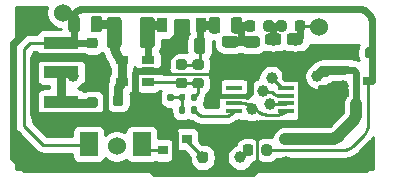
<source format=gbr>
%TF.GenerationSoftware,KiCad,Pcbnew,5.1.9+dfsg1-1*%
%TF.CreationDate,2022-09-15T10:32:19+03:00*%
%TF.ProjectId,SC-STM32L412K8,53432d53-544d-4333-924c-3431324b382e,rev?*%
%TF.SameCoordinates,Original*%
%TF.FileFunction,Copper,L2,Bot*%
%TF.FilePolarity,Positive*%
%FSLAX46Y46*%
G04 Gerber Fmt 4.6, Leading zero omitted, Abs format (unit mm)*
G04 Created by KiCad (PCBNEW 5.1.9+dfsg1-1) date 2022-09-15 10:32:19*
%MOMM*%
%LPD*%
G01*
G04 APERTURE LIST*
%TA.AperFunction,SMDPad,CuDef*%
%ADD10R,1.524000X2.000000*%
%TD*%
%TA.AperFunction,SMDPad,CuDef*%
%ADD11R,3.000000X1.000000*%
%TD*%
%TA.AperFunction,SMDPad,CuDef*%
%ADD12R,1.450000X0.450000*%
%TD*%
%TA.AperFunction,SMDPad,CuDef*%
%ADD13C,1.524000*%
%TD*%
%TA.AperFunction,SMDPad,CuDef*%
%ADD14R,0.900000X0.800000*%
%TD*%
%TA.AperFunction,SMDPad,CuDef*%
%ADD15R,1.060000X0.650000*%
%TD*%
%TA.AperFunction,SMDPad,CuDef*%
%ADD16R,0.900000X1.200000*%
%TD*%
%TA.AperFunction,ViaPad*%
%ADD17C,0.800000*%
%TD*%
%TA.AperFunction,ViaPad*%
%ADD18C,1.000000*%
%TD*%
%TA.AperFunction,Conductor*%
%ADD19C,0.600000*%
%TD*%
%TA.AperFunction,Conductor*%
%ADD20C,0.250000*%
%TD*%
%TA.AperFunction,Conductor*%
%ADD21C,0.500000*%
%TD*%
%TA.AperFunction,Conductor*%
%ADD22C,0.800000*%
%TD*%
%TA.AperFunction,Conductor*%
%ADD23C,0.400000*%
%TD*%
%TA.AperFunction,Conductor*%
%ADD24C,0.200000*%
%TD*%
%TA.AperFunction,Conductor*%
%ADD25C,1.000000*%
%TD*%
%TA.AperFunction,Conductor*%
%ADD26C,0.254000*%
%TD*%
%TA.AperFunction,Conductor*%
%ADD27C,0.100000*%
%TD*%
G04 APERTURE END LIST*
D10*
%TO.P,BZ1,2*%
%TO.N,Net-(BZ1-Pad2)*%
X38750000Y-65125000D03*
%TO.P,BZ1,1*%
%TO.N,+BATT*%
X34250000Y-65125000D03*
%TD*%
%TO.P,R10,2*%
%TO.N,GND*%
%TA.AperFunction,SMDPad,CuDef*%
G36*
G01*
X40435000Y-60990000D02*
X40435000Y-61360000D01*
G75*
G02*
X40300000Y-61495000I-135000J0D01*
G01*
X40030000Y-61495000D01*
G75*
G02*
X39895000Y-61360000I0J135000D01*
G01*
X39895000Y-60990000D01*
G75*
G02*
X40030000Y-60855000I135000J0D01*
G01*
X40300000Y-60855000D01*
G75*
G02*
X40435000Y-60990000I0J-135000D01*
G01*
G37*
%TD.AperFunction*%
%TO.P,R10,1*%
%TO.N,Adjust*%
%TA.AperFunction,SMDPad,CuDef*%
G36*
G01*
X41455000Y-60990000D02*
X41455000Y-61360000D01*
G75*
G02*
X41320000Y-61495000I-135000J0D01*
G01*
X41050000Y-61495000D01*
G75*
G02*
X40915000Y-61360000I0J135000D01*
G01*
X40915000Y-60990000D01*
G75*
G02*
X41050000Y-60855000I135000J0D01*
G01*
X41320000Y-60855000D01*
G75*
G02*
X41455000Y-60990000I0J-135000D01*
G01*
G37*
%TD.AperFunction*%
%TD*%
%TO.P,R3,2*%
%TO.N,Adjust*%
%TA.AperFunction,SMDPad,CuDef*%
G36*
G01*
X42435000Y-60990000D02*
X42435000Y-61360000D01*
G75*
G02*
X42300000Y-61495000I-135000J0D01*
G01*
X42030000Y-61495000D01*
G75*
G02*
X41895000Y-61360000I0J135000D01*
G01*
X41895000Y-60990000D01*
G75*
G02*
X42030000Y-60855000I135000J0D01*
G01*
X42300000Y-60855000D01*
G75*
G02*
X42435000Y-60990000I0J-135000D01*
G01*
G37*
%TD.AperFunction*%
%TO.P,R3,1*%
%TO.N,Net-(C5-Pad2)*%
%TA.AperFunction,SMDPad,CuDef*%
G36*
G01*
X43455000Y-60990000D02*
X43455000Y-61360000D01*
G75*
G02*
X43320000Y-61495000I-135000J0D01*
G01*
X43050000Y-61495000D01*
G75*
G02*
X42915000Y-61360000I0J135000D01*
G01*
X42915000Y-60990000D01*
G75*
G02*
X43050000Y-60855000I135000J0D01*
G01*
X43320000Y-60855000D01*
G75*
G02*
X43455000Y-60990000I0J-135000D01*
G01*
G37*
%TD.AperFunction*%
%TD*%
%TO.P,R17,2*%
%TO.N,Adjust*%
%TA.AperFunction,SMDPad,CuDef*%
G36*
G01*
X42435000Y-62065000D02*
X42435000Y-62435000D01*
G75*
G02*
X42300000Y-62570000I-135000J0D01*
G01*
X42030000Y-62570000D01*
G75*
G02*
X41895000Y-62435000I0J135000D01*
G01*
X41895000Y-62065000D01*
G75*
G02*
X42030000Y-61930000I135000J0D01*
G01*
X42300000Y-61930000D01*
G75*
G02*
X42435000Y-62065000I0J-135000D01*
G01*
G37*
%TD.AperFunction*%
%TO.P,R17,1*%
%TO.N,Net-(D3-Pad5)*%
%TA.AperFunction,SMDPad,CuDef*%
G36*
G01*
X43455000Y-62065000D02*
X43455000Y-62435000D01*
G75*
G02*
X43320000Y-62570000I-135000J0D01*
G01*
X43050000Y-62570000D01*
G75*
G02*
X42915000Y-62435000I0J135000D01*
G01*
X42915000Y-62065000D01*
G75*
G02*
X43050000Y-61930000I135000J0D01*
G01*
X43320000Y-61930000D01*
G75*
G02*
X43455000Y-62065000I0J-135000D01*
G01*
G37*
%TD.AperFunction*%
%TD*%
%TO.P,C19,2*%
%TO.N,GND*%
%TA.AperFunction,SMDPad,CuDef*%
G36*
G01*
X54525000Y-63650000D02*
X54025000Y-63650000D01*
G75*
G02*
X53800000Y-63425000I0J225000D01*
G01*
X53800000Y-62975000D01*
G75*
G02*
X54025000Y-62750000I225000J0D01*
G01*
X54525000Y-62750000D01*
G75*
G02*
X54750000Y-62975000I0J-225000D01*
G01*
X54750000Y-63425000D01*
G75*
G02*
X54525000Y-63650000I-225000J0D01*
G01*
G37*
%TD.AperFunction*%
%TO.P,C19,1*%
%TO.N,+3V3*%
%TA.AperFunction,SMDPad,CuDef*%
G36*
G01*
X54525000Y-65200000D02*
X54025000Y-65200000D01*
G75*
G02*
X53800000Y-64975000I0J225000D01*
G01*
X53800000Y-64525000D01*
G75*
G02*
X54025000Y-64300000I225000J0D01*
G01*
X54525000Y-64300000D01*
G75*
G02*
X54750000Y-64525000I0J-225000D01*
G01*
X54750000Y-64975000D01*
G75*
G02*
X54525000Y-65200000I-225000J0D01*
G01*
G37*
%TD.AperFunction*%
%TD*%
%TO.P,C3,2*%
%TO.N,Net-(C3-Pad2)*%
%TA.AperFunction,SMDPad,CuDef*%
G36*
G01*
X37200000Y-61175000D02*
X37200000Y-61675000D01*
G75*
G02*
X36975000Y-61900000I-225000J0D01*
G01*
X36525000Y-61900000D01*
G75*
G02*
X36300000Y-61675000I0J225000D01*
G01*
X36300000Y-61175000D01*
G75*
G02*
X36525000Y-60950000I225000J0D01*
G01*
X36975000Y-60950000D01*
G75*
G02*
X37200000Y-61175000I0J-225000D01*
G01*
G37*
%TD.AperFunction*%
%TO.P,C3,1*%
%TO.N,GND*%
%TA.AperFunction,SMDPad,CuDef*%
G36*
G01*
X38750000Y-61175000D02*
X38750000Y-61675000D01*
G75*
G02*
X38525000Y-61900000I-225000J0D01*
G01*
X38075000Y-61900000D01*
G75*
G02*
X37850000Y-61675000I0J225000D01*
G01*
X37850000Y-61175000D01*
G75*
G02*
X38075000Y-60950000I225000J0D01*
G01*
X38525000Y-60950000D01*
G75*
G02*
X38750000Y-61175000I0J-225000D01*
G01*
G37*
%TD.AperFunction*%
%TD*%
%TO.P,C1,2*%
%TO.N,+BATT*%
%TA.AperFunction,SMDPad,CuDef*%
G36*
G01*
X34800000Y-57025000D02*
X34300000Y-57025000D01*
G75*
G02*
X34075000Y-56800000I0J225000D01*
G01*
X34075000Y-56350000D01*
G75*
G02*
X34300000Y-56125000I225000J0D01*
G01*
X34800000Y-56125000D01*
G75*
G02*
X35025000Y-56350000I0J-225000D01*
G01*
X35025000Y-56800000D01*
G75*
G02*
X34800000Y-57025000I-225000J0D01*
G01*
G37*
%TD.AperFunction*%
%TO.P,C1,1*%
%TO.N,GND*%
%TA.AperFunction,SMDPad,CuDef*%
G36*
G01*
X34800000Y-58575000D02*
X34300000Y-58575000D01*
G75*
G02*
X34075000Y-58350000I0J225000D01*
G01*
X34075000Y-57900000D01*
G75*
G02*
X34300000Y-57675000I225000J0D01*
G01*
X34800000Y-57675000D01*
G75*
G02*
X35025000Y-57900000I0J-225000D01*
G01*
X35025000Y-58350000D01*
G75*
G02*
X34800000Y-58575000I-225000J0D01*
G01*
G37*
%TD.AperFunction*%
%TD*%
%TO.P,C13,2*%
%TO.N,GND*%
%TA.AperFunction,SMDPad,CuDef*%
G36*
G01*
X34825000Y-60500000D02*
X34325000Y-60500000D01*
G75*
G02*
X34100000Y-60275000I0J225000D01*
G01*
X34100000Y-59825000D01*
G75*
G02*
X34325000Y-59600000I225000J0D01*
G01*
X34825000Y-59600000D01*
G75*
G02*
X35050000Y-59825000I0J-225000D01*
G01*
X35050000Y-60275000D01*
G75*
G02*
X34825000Y-60500000I-225000J0D01*
G01*
G37*
%TD.AperFunction*%
%TO.P,C13,1*%
%TO.N,Net-(C13-Pad1)*%
%TA.AperFunction,SMDPad,CuDef*%
G36*
G01*
X34825000Y-62050000D02*
X34325000Y-62050000D01*
G75*
G02*
X34100000Y-61825000I0J225000D01*
G01*
X34100000Y-61375000D01*
G75*
G02*
X34325000Y-61150000I225000J0D01*
G01*
X34825000Y-61150000D01*
G75*
G02*
X35050000Y-61375000I0J-225000D01*
G01*
X35050000Y-61825000D01*
G75*
G02*
X34825000Y-62050000I-225000J0D01*
G01*
G37*
%TD.AperFunction*%
%TD*%
%TO.P,C2,2*%
%TO.N,GND*%
%TA.AperFunction,SMDPad,CuDef*%
G36*
G01*
X53900000Y-60100000D02*
X54400000Y-60100000D01*
G75*
G02*
X54625000Y-60325000I0J-225000D01*
G01*
X54625000Y-60775000D01*
G75*
G02*
X54400000Y-61000000I-225000J0D01*
G01*
X53900000Y-61000000D01*
G75*
G02*
X53675000Y-60775000I0J225000D01*
G01*
X53675000Y-60325000D01*
G75*
G02*
X53900000Y-60100000I225000J0D01*
G01*
G37*
%TD.AperFunction*%
%TO.P,C2,1*%
%TO.N,+3V3*%
%TA.AperFunction,SMDPad,CuDef*%
G36*
G01*
X53900000Y-58550000D02*
X54400000Y-58550000D01*
G75*
G02*
X54625000Y-58775000I0J-225000D01*
G01*
X54625000Y-59225000D01*
G75*
G02*
X54400000Y-59450000I-225000J0D01*
G01*
X53900000Y-59450000D01*
G75*
G02*
X53675000Y-59225000I0J225000D01*
G01*
X53675000Y-58775000D01*
G75*
G02*
X53900000Y-58550000I225000J0D01*
G01*
G37*
%TD.AperFunction*%
%TD*%
%TO.P,C15,2*%
%TO.N,GND*%
%TA.AperFunction,SMDPad,CuDef*%
G36*
G01*
X57000000Y-57150000D02*
X57000000Y-57650000D01*
G75*
G02*
X56775000Y-57875000I-225000J0D01*
G01*
X56325000Y-57875000D01*
G75*
G02*
X56100000Y-57650000I0J225000D01*
G01*
X56100000Y-57150000D01*
G75*
G02*
X56325000Y-56925000I225000J0D01*
G01*
X56775000Y-56925000D01*
G75*
G02*
X57000000Y-57150000I0J-225000D01*
G01*
G37*
%TD.AperFunction*%
%TO.P,C15,1*%
%TO.N,+BATT*%
%TA.AperFunction,SMDPad,CuDef*%
G36*
G01*
X58550000Y-57150000D02*
X58550000Y-57650000D01*
G75*
G02*
X58325000Y-57875000I-225000J0D01*
G01*
X57875000Y-57875000D01*
G75*
G02*
X57650000Y-57650000I0J225000D01*
G01*
X57650000Y-57150000D01*
G75*
G02*
X57875000Y-56925000I225000J0D01*
G01*
X58325000Y-56925000D01*
G75*
G02*
X58550000Y-57150000I0J-225000D01*
G01*
G37*
%TD.AperFunction*%
%TD*%
D11*
%TO.P,SW1,1*%
%TO.N,Net-(C13-Pad1)*%
X31906340Y-61552460D03*
%TO.P,SW1,2*%
X31906340Y-59052460D03*
%TO.P,SW1,3*%
%TO.N,+BATT*%
X31906340Y-56552460D03*
%TD*%
D12*
%TO.P,D3,8*%
%TO.N,N/C*%
X46542600Y-60391400D03*
%TO.P,D3,7*%
%TO.N,GND*%
X46542600Y-61041400D03*
%TO.P,D3,6*%
%TO.N,+3V3*%
X46542600Y-61691400D03*
%TO.P,D3,5*%
%TO.N,Net-(D3-Pad5)*%
X46542600Y-62341400D03*
%TO.P,D3,4*%
%TO.N,+3V3*%
X50942600Y-62341400D03*
%TO.P,D3,3*%
%TO.N,DI*%
X50942600Y-61691400D03*
%TO.P,D3,2*%
%TO.N,SC*%
X50942600Y-61041400D03*
%TO.P,D3,1*%
%TO.N,CS*%
X50942600Y-60391400D03*
%TD*%
%TO.P,C14,2*%
%TO.N,Net-(C14-Pad2)*%
%TA.AperFunction,SMDPad,CuDef*%
G36*
G01*
X52165570Y-56735560D02*
X51253070Y-56735560D01*
G75*
G02*
X51009320Y-56491810I0J243750D01*
G01*
X51009320Y-56004310D01*
G75*
G02*
X51253070Y-55760560I243750J0D01*
G01*
X52165570Y-55760560D01*
G75*
G02*
X52409320Y-56004310I0J-243750D01*
G01*
X52409320Y-56491810D01*
G75*
G02*
X52165570Y-56735560I-243750J0D01*
G01*
G37*
%TD.AperFunction*%
%TO.P,C14,1*%
%TO.N,GND*%
%TA.AperFunction,SMDPad,CuDef*%
G36*
G01*
X52165570Y-58610560D02*
X51253070Y-58610560D01*
G75*
G02*
X51009320Y-58366810I0J243750D01*
G01*
X51009320Y-57879310D01*
G75*
G02*
X51253070Y-57635560I243750J0D01*
G01*
X52165570Y-57635560D01*
G75*
G02*
X52409320Y-57879310I0J-243750D01*
G01*
X52409320Y-58366810D01*
G75*
G02*
X52165570Y-58610560I-243750J0D01*
G01*
G37*
%TD.AperFunction*%
%TD*%
%TO.P,C11,2*%
%TO.N,Net-(C11-Pad2)*%
%TA.AperFunction,SMDPad,CuDef*%
G36*
G01*
X50331690Y-56735560D02*
X49419190Y-56735560D01*
G75*
G02*
X49175440Y-56491810I0J243750D01*
G01*
X49175440Y-56004310D01*
G75*
G02*
X49419190Y-55760560I243750J0D01*
G01*
X50331690Y-55760560D01*
G75*
G02*
X50575440Y-56004310I0J-243750D01*
G01*
X50575440Y-56491810D01*
G75*
G02*
X50331690Y-56735560I-243750J0D01*
G01*
G37*
%TD.AperFunction*%
%TO.P,C11,1*%
%TO.N,GND*%
%TA.AperFunction,SMDPad,CuDef*%
G36*
G01*
X50331690Y-58610560D02*
X49419190Y-58610560D01*
G75*
G02*
X49175440Y-58366810I0J243750D01*
G01*
X49175440Y-57879310D01*
G75*
G02*
X49419190Y-57635560I243750J0D01*
G01*
X50331690Y-57635560D01*
G75*
G02*
X50575440Y-57879310I0J-243750D01*
G01*
X50575440Y-58366810D01*
G75*
G02*
X50331690Y-58610560I-243750J0D01*
G01*
G37*
%TD.AperFunction*%
%TD*%
%TO.P,C8,2*%
%TO.N,Net-(C6-Pad2)*%
%TA.AperFunction,SMDPad,CuDef*%
G36*
G01*
X46684250Y-56954000D02*
X45771750Y-56954000D01*
G75*
G02*
X45528000Y-56710250I0J243750D01*
G01*
X45528000Y-56222750D01*
G75*
G02*
X45771750Y-55979000I243750J0D01*
G01*
X46684250Y-55979000D01*
G75*
G02*
X46928000Y-56222750I0J-243750D01*
G01*
X46928000Y-56710250D01*
G75*
G02*
X46684250Y-56954000I-243750J0D01*
G01*
G37*
%TD.AperFunction*%
%TO.P,C8,1*%
%TO.N,GND*%
%TA.AperFunction,SMDPad,CuDef*%
G36*
G01*
X46684250Y-58829000D02*
X45771750Y-58829000D01*
G75*
G02*
X45528000Y-58585250I0J243750D01*
G01*
X45528000Y-58097750D01*
G75*
G02*
X45771750Y-57854000I243750J0D01*
G01*
X46684250Y-57854000D01*
G75*
G02*
X46928000Y-58097750I0J-243750D01*
G01*
X46928000Y-58585250D01*
G75*
G02*
X46684250Y-58829000I-243750J0D01*
G01*
G37*
%TD.AperFunction*%
%TD*%
%TO.P,C7,2*%
%TO.N,Net-(C5-Pad1)*%
%TA.AperFunction,SMDPad,CuDef*%
G36*
G01*
X43172800Y-57250650D02*
X43172800Y-56338150D01*
G75*
G02*
X43416550Y-56094400I243750J0D01*
G01*
X43904050Y-56094400D01*
G75*
G02*
X44147800Y-56338150I0J-243750D01*
G01*
X44147800Y-57250650D01*
G75*
G02*
X43904050Y-57494400I-243750J0D01*
G01*
X43416550Y-57494400D01*
G75*
G02*
X43172800Y-57250650I0J243750D01*
G01*
G37*
%TD.AperFunction*%
%TO.P,C7,1*%
%TO.N,GND*%
%TA.AperFunction,SMDPad,CuDef*%
G36*
G01*
X41297800Y-57250650D02*
X41297800Y-56338150D01*
G75*
G02*
X41541550Y-56094400I243750J0D01*
G01*
X42029050Y-56094400D01*
G75*
G02*
X42272800Y-56338150I0J-243750D01*
G01*
X42272800Y-57250650D01*
G75*
G02*
X42029050Y-57494400I-243750J0D01*
G01*
X41541550Y-57494400D01*
G75*
G02*
X41297800Y-57250650I0J243750D01*
G01*
G37*
%TD.AperFunction*%
%TD*%
%TO.P,C6,2*%
%TO.N,Net-(C6-Pad2)*%
%TA.AperFunction,SMDPad,CuDef*%
G36*
G01*
X48513050Y-56954000D02*
X47600550Y-56954000D01*
G75*
G02*
X47356800Y-56710250I0J243750D01*
G01*
X47356800Y-56222750D01*
G75*
G02*
X47600550Y-55979000I243750J0D01*
G01*
X48513050Y-55979000D01*
G75*
G02*
X48756800Y-56222750I0J-243750D01*
G01*
X48756800Y-56710250D01*
G75*
G02*
X48513050Y-56954000I-243750J0D01*
G01*
G37*
%TD.AperFunction*%
%TO.P,C6,1*%
%TO.N,GND*%
%TA.AperFunction,SMDPad,CuDef*%
G36*
G01*
X48513050Y-58829000D02*
X47600550Y-58829000D01*
G75*
G02*
X47356800Y-58585250I0J243750D01*
G01*
X47356800Y-58097750D01*
G75*
G02*
X47600550Y-57854000I243750J0D01*
G01*
X48513050Y-57854000D01*
G75*
G02*
X48756800Y-58097750I0J-243750D01*
G01*
X48756800Y-58585250D01*
G75*
G02*
X48513050Y-58829000I-243750J0D01*
G01*
G37*
%TD.AperFunction*%
%TD*%
%TO.P,R19,2*%
%TO.N,+BATT*%
%TA.AperFunction,SMDPad,CuDef*%
G36*
G01*
X48889400Y-65889850D02*
X48889400Y-65377350D01*
G75*
G02*
X49108150Y-65158600I218750J0D01*
G01*
X49545650Y-65158600D01*
G75*
G02*
X49764400Y-65377350I0J-218750D01*
G01*
X49764400Y-65889850D01*
G75*
G02*
X49545650Y-66108600I-218750J0D01*
G01*
X49108150Y-66108600D01*
G75*
G02*
X48889400Y-65889850I0J218750D01*
G01*
G37*
%TD.AperFunction*%
%TO.P,R19,1*%
%TO.N,bl*%
%TA.AperFunction,SMDPad,CuDef*%
G36*
G01*
X47314400Y-65889850D02*
X47314400Y-65377350D01*
G75*
G02*
X47533150Y-65158600I218750J0D01*
G01*
X47970650Y-65158600D01*
G75*
G02*
X48189400Y-65377350I0J-218750D01*
G01*
X48189400Y-65889850D01*
G75*
G02*
X47970650Y-66108600I-218750J0D01*
G01*
X47533150Y-66108600D01*
G75*
G02*
X47314400Y-65889850I0J218750D01*
G01*
G37*
%TD.AperFunction*%
%TD*%
D13*
%TO.P,J13,1*%
%TO.N,+BATT*%
X32080200Y-54000400D03*
%TD*%
%TO.P,R15,2*%
%TO.N,Buzer*%
%TA.AperFunction,SMDPad,CuDef*%
G36*
G01*
X44354000Y-65986950D02*
X44354000Y-66499450D01*
G75*
G02*
X44135250Y-66718200I-218750J0D01*
G01*
X43697750Y-66718200D01*
G75*
G02*
X43479000Y-66499450I0J218750D01*
G01*
X43479000Y-65986950D01*
G75*
G02*
X43697750Y-65768200I218750J0D01*
G01*
X44135250Y-65768200D01*
G75*
G02*
X44354000Y-65986950I0J-218750D01*
G01*
G37*
%TD.AperFunction*%
%TO.P,R15,1*%
%TO.N,GND*%
%TA.AperFunction,SMDPad,CuDef*%
G36*
G01*
X45929000Y-65986950D02*
X45929000Y-66499450D01*
G75*
G02*
X45710250Y-66718200I-218750J0D01*
G01*
X45272750Y-66718200D01*
G75*
G02*
X45054000Y-66499450I0J218750D01*
G01*
X45054000Y-65986950D01*
G75*
G02*
X45272750Y-65768200I218750J0D01*
G01*
X45710250Y-65768200D01*
G75*
G02*
X45929000Y-65986950I0J-218750D01*
G01*
G37*
%TD.AperFunction*%
%TD*%
D14*
%TO.P,Q2,3*%
%TO.N,Net-(BZ1-Pad2)*%
X40550000Y-65650000D03*
%TO.P,Q2,2*%
%TO.N,GND*%
X42550000Y-66600000D03*
%TO.P,Q2,1*%
%TO.N,Buzer*%
X42550000Y-64700000D03*
%TD*%
D13*
%TO.P,J11,1*%
%TO.N,Net-(J11-Pad1)*%
X36625000Y-65325000D03*
%TD*%
D14*
%TO.P,U5,3*%
%TO.N,+BATT*%
X57896000Y-59817000D03*
%TO.P,U5,2*%
%TO.N,+3V3*%
X55896000Y-58867000D03*
%TO.P,U5,1*%
%TO.N,GND*%
X55896000Y-60767000D03*
%TD*%
D13*
%TO.P,J2,1*%
%TO.N,Net-(C14-Pad2)*%
X53784500Y-55199280D03*
%TD*%
D15*
%TO.P,U2,5*%
%TO.N,Net-(C3-Pad2)*%
X37073660Y-58011020D03*
%TO.P,U2,4*%
X37073660Y-59911020D03*
%TO.P,U2,3*%
%TO.N,Net-(C5-Pad2)*%
X39273660Y-59911020D03*
%TO.P,U2,2*%
%TO.N,GND*%
X39273660Y-58961020D03*
%TO.P,U2,1*%
%TO.N,Net-(D2-Pad2)*%
X39273660Y-58011020D03*
%TD*%
%TO.P,R13,2*%
%TO.N,Net-(C11-Pad2)*%
%TA.AperFunction,SMDPad,CuDef*%
G36*
G01*
X51008800Y-54871910D02*
X51008800Y-55384410D01*
G75*
G02*
X50790050Y-55603160I-218750J0D01*
G01*
X50352550Y-55603160D01*
G75*
G02*
X50133800Y-55384410I0J218750D01*
G01*
X50133800Y-54871910D01*
G75*
G02*
X50352550Y-54653160I218750J0D01*
G01*
X50790050Y-54653160D01*
G75*
G02*
X51008800Y-54871910I0J-218750D01*
G01*
G37*
%TD.AperFunction*%
%TO.P,R13,1*%
%TO.N,Net-(C14-Pad2)*%
%TA.AperFunction,SMDPad,CuDef*%
G36*
G01*
X52583800Y-54871910D02*
X52583800Y-55384410D01*
G75*
G02*
X52365050Y-55603160I-218750J0D01*
G01*
X51927550Y-55603160D01*
G75*
G02*
X51708800Y-55384410I0J218750D01*
G01*
X51708800Y-54871910D01*
G75*
G02*
X51927550Y-54653160I218750J0D01*
G01*
X52365050Y-54653160D01*
G75*
G02*
X52583800Y-54871910I0J-218750D01*
G01*
G37*
%TD.AperFunction*%
%TD*%
%TO.P,R11,2*%
%TO.N,Net-(C6-Pad2)*%
%TA.AperFunction,SMDPad,CuDef*%
G36*
G01*
X48357040Y-54871910D02*
X48357040Y-55384410D01*
G75*
G02*
X48138290Y-55603160I-218750J0D01*
G01*
X47700790Y-55603160D01*
G75*
G02*
X47482040Y-55384410I0J218750D01*
G01*
X47482040Y-54871910D01*
G75*
G02*
X47700790Y-54653160I218750J0D01*
G01*
X48138290Y-54653160D01*
G75*
G02*
X48357040Y-54871910I0J-218750D01*
G01*
G37*
%TD.AperFunction*%
%TO.P,R11,1*%
%TO.N,Net-(C11-Pad2)*%
%TA.AperFunction,SMDPad,CuDef*%
G36*
G01*
X49932040Y-54871910D02*
X49932040Y-55384410D01*
G75*
G02*
X49713290Y-55603160I-218750J0D01*
G01*
X49275790Y-55603160D01*
G75*
G02*
X49057040Y-55384410I0J218750D01*
G01*
X49057040Y-54871910D01*
G75*
G02*
X49275790Y-54653160I218750J0D01*
G01*
X49713290Y-54653160D01*
G75*
G02*
X49932040Y-54871910I0J-218750D01*
G01*
G37*
%TD.AperFunction*%
%TD*%
%TO.P,R5,2*%
%TO.N,Net-(C5-Pad2)*%
%TA.AperFunction,SMDPad,CuDef*%
G36*
G01*
X43266650Y-59532000D02*
X43779150Y-59532000D01*
G75*
G02*
X43997900Y-59750750I0J-218750D01*
G01*
X43997900Y-60188250D01*
G75*
G02*
X43779150Y-60407000I-218750J0D01*
G01*
X43266650Y-60407000D01*
G75*
G02*
X43047900Y-60188250I0J218750D01*
G01*
X43047900Y-59750750D01*
G75*
G02*
X43266650Y-59532000I218750J0D01*
G01*
G37*
%TD.AperFunction*%
%TO.P,R5,1*%
%TO.N,Net-(C5-Pad1)*%
%TA.AperFunction,SMDPad,CuDef*%
G36*
G01*
X43266650Y-57957000D02*
X43779150Y-57957000D01*
G75*
G02*
X43997900Y-58175750I0J-218750D01*
G01*
X43997900Y-58613250D01*
G75*
G02*
X43779150Y-58832000I-218750J0D01*
G01*
X43266650Y-58832000D01*
G75*
G02*
X43047900Y-58613250I0J218750D01*
G01*
X43047900Y-58175750D01*
G75*
G02*
X43266650Y-57957000I218750J0D01*
G01*
G37*
%TD.AperFunction*%
%TD*%
%TO.P,L3,2*%
%TO.N,Net-(C6-Pad2)*%
%TA.AperFunction,SMDPad,CuDef*%
G36*
G01*
X46302080Y-55523450D02*
X46302080Y-54610950D01*
G75*
G02*
X46545830Y-54367200I243750J0D01*
G01*
X47033330Y-54367200D01*
G75*
G02*
X47277080Y-54610950I0J-243750D01*
G01*
X47277080Y-55523450D01*
G75*
G02*
X47033330Y-55767200I-243750J0D01*
G01*
X46545830Y-55767200D01*
G75*
G02*
X46302080Y-55523450I0J243750D01*
G01*
G37*
%TD.AperFunction*%
%TO.P,L3,1*%
%TO.N,Net-(C5-Pad1)*%
%TA.AperFunction,SMDPad,CuDef*%
G36*
G01*
X44427080Y-55523450D02*
X44427080Y-54610950D01*
G75*
G02*
X44670830Y-54367200I243750J0D01*
G01*
X45158330Y-54367200D01*
G75*
G02*
X45402080Y-54610950I0J-243750D01*
G01*
X45402080Y-55523450D01*
G75*
G02*
X45158330Y-55767200I-243750J0D01*
G01*
X44670830Y-55767200D01*
G75*
G02*
X44427080Y-55523450I0J243750D01*
G01*
G37*
%TD.AperFunction*%
%TD*%
%TO.P,L2,2*%
%TO.N,Net-(D2-Pad2)*%
%TA.AperFunction,SMDPad,CuDef*%
G36*
G01*
X38598140Y-56754340D02*
X38598140Y-54604340D01*
G75*
G02*
X38848140Y-54354340I250000J0D01*
G01*
X39598140Y-54354340D01*
G75*
G02*
X39848140Y-54604340I0J-250000D01*
G01*
X39848140Y-56754340D01*
G75*
G02*
X39598140Y-57004340I-250000J0D01*
G01*
X38848140Y-57004340D01*
G75*
G02*
X38598140Y-56754340I0J250000D01*
G01*
G37*
%TD.AperFunction*%
%TO.P,L2,1*%
%TO.N,Net-(C3-Pad2)*%
%TA.AperFunction,SMDPad,CuDef*%
G36*
G01*
X35798140Y-56754340D02*
X35798140Y-54604340D01*
G75*
G02*
X36048140Y-54354340I250000J0D01*
G01*
X36798140Y-54354340D01*
G75*
G02*
X37048140Y-54604340I0J-250000D01*
G01*
X37048140Y-56754340D01*
G75*
G02*
X36798140Y-57004340I-250000J0D01*
G01*
X36048140Y-57004340D01*
G75*
G02*
X35798140Y-56754340I0J250000D01*
G01*
G37*
%TD.AperFunction*%
%TD*%
%TO.P,L1,2*%
%TO.N,Net-(C3-Pad2)*%
%TA.AperFunction,SMDPad,CuDef*%
G36*
G01*
X34417420Y-55429470D02*
X34417420Y-54516970D01*
G75*
G02*
X34661170Y-54273220I243750J0D01*
G01*
X35148670Y-54273220D01*
G75*
G02*
X35392420Y-54516970I0J-243750D01*
G01*
X35392420Y-55429470D01*
G75*
G02*
X35148670Y-55673220I-243750J0D01*
G01*
X34661170Y-55673220D01*
G75*
G02*
X34417420Y-55429470I0J243750D01*
G01*
G37*
%TD.AperFunction*%
%TO.P,L1,1*%
%TO.N,+BATT*%
%TA.AperFunction,SMDPad,CuDef*%
G36*
G01*
X32542420Y-55429470D02*
X32542420Y-54516970D01*
G75*
G02*
X32786170Y-54273220I243750J0D01*
G01*
X33273670Y-54273220D01*
G75*
G02*
X33517420Y-54516970I0J-243750D01*
G01*
X33517420Y-55429470D01*
G75*
G02*
X33273670Y-55673220I-243750J0D01*
G01*
X32786170Y-55673220D01*
G75*
G02*
X32542420Y-55429470I0J243750D01*
G01*
G37*
%TD.AperFunction*%
%TD*%
D16*
%TO.P,D2,2*%
%TO.N,Net-(D2-Pad2)*%
X40498760Y-55051960D03*
%TO.P,D2,1*%
%TO.N,Net-(C5-Pad1)*%
X43798760Y-55051960D03*
%TD*%
%TO.P,C5,2*%
%TO.N,Net-(C5-Pad2)*%
%TA.AperFunction,SMDPad,CuDef*%
G36*
G01*
X41856950Y-59532000D02*
X42369450Y-59532000D01*
G75*
G02*
X42588200Y-59750750I0J-218750D01*
G01*
X42588200Y-60188250D01*
G75*
G02*
X42369450Y-60407000I-218750J0D01*
G01*
X41856950Y-60407000D01*
G75*
G02*
X41638200Y-60188250I0J218750D01*
G01*
X41638200Y-59750750D01*
G75*
G02*
X41856950Y-59532000I218750J0D01*
G01*
G37*
%TD.AperFunction*%
%TO.P,C5,1*%
%TO.N,Net-(C5-Pad1)*%
%TA.AperFunction,SMDPad,CuDef*%
G36*
G01*
X41856950Y-57957000D02*
X42369450Y-57957000D01*
G75*
G02*
X42588200Y-58175750I0J-218750D01*
G01*
X42588200Y-58613250D01*
G75*
G02*
X42369450Y-58832000I-218750J0D01*
G01*
X41856950Y-58832000D01*
G75*
G02*
X41638200Y-58613250I0J218750D01*
G01*
X41638200Y-58175750D01*
G75*
G02*
X41856950Y-57957000I218750J0D01*
G01*
G37*
%TD.AperFunction*%
%TD*%
D17*
%TO.N,GND*%
X28650000Y-55500000D03*
X42296080Y-54985920D03*
D18*
X48249840Y-67208400D03*
X51005740Y-66611500D03*
X40750000Y-63425000D03*
X30200000Y-63150000D03*
X55831740Y-60170060D03*
D17*
X46527720Y-58577480D03*
X53428900Y-61328300D03*
D18*
X47015400Y-63487300D03*
X44550000Y-61525000D03*
%TO.N,Net-(C13-Pad1)*%
X32923480Y-59354720D03*
%TO.N,Net-(J11-Pad1)*%
X36600000Y-65350000D03*
%TO.N,Buzer*%
X43891200Y-66243200D03*
%TO.N,bl*%
X47076360Y-66243200D03*
%TO.N,+3V3*%
X53624480Y-59390280D03*
D17*
X50890050Y-64733050D03*
D18*
X48097440Y-62138560D03*
%TO.N,DI*%
X49580800Y-61767720D03*
%TO.N,SC*%
X49009300Y-60604400D03*
%TO.N,CS*%
X49758600Y-59537600D03*
%TD*%
D19*
%TO.N,+BATT*%
X34988500Y-53677820D02*
X47210980Y-53677820D01*
D20*
X34492800Y-56552460D02*
X34571940Y-56631600D01*
D19*
X33029920Y-54061600D02*
X33029920Y-54973220D01*
X33029920Y-54973220D02*
X33029920Y-56178200D01*
X33404180Y-56552460D02*
X34492800Y-56552460D01*
D20*
X33029920Y-56178200D02*
X33404180Y-56552460D01*
D19*
X31906340Y-56552460D02*
X33404180Y-56552460D01*
X47210980Y-53677820D02*
X55384700Y-53677820D01*
D20*
X58216800Y-57353200D02*
X58229500Y-57340500D01*
D19*
X58229500Y-57340500D02*
X58229500Y-59817000D01*
D20*
X58226960Y-57337960D02*
X58229500Y-57340500D01*
X57996060Y-57337960D02*
X58226960Y-57337960D01*
D19*
X57834162Y-53960662D02*
X57799834Y-53927979D01*
X57799834Y-53927979D02*
X57763943Y-53897019D01*
X57763943Y-53897019D02*
X57726577Y-53867859D01*
X57726577Y-53867859D02*
X57687825Y-53840566D01*
X57687825Y-53840566D02*
X57647781Y-53815208D01*
X57647781Y-53815208D02*
X57606540Y-53791846D01*
X57606540Y-53791846D02*
X57564203Y-53770535D01*
X57564203Y-53770535D02*
X57520871Y-53751327D01*
X57520871Y-53751327D02*
X57476649Y-53734269D01*
X57476649Y-53734269D02*
X57431643Y-53719401D01*
X57431643Y-53719401D02*
X57385962Y-53706759D01*
X57385962Y-53706759D02*
X57339715Y-53696374D01*
X57339715Y-53696374D02*
X57293015Y-53688271D01*
X57293015Y-53688271D02*
X57245973Y-53682469D01*
X57245973Y-53682469D02*
X57198703Y-53678982D01*
X57198703Y-53678982D02*
X57151320Y-53677820D01*
X57151320Y-53677820D02*
X55384700Y-53677820D01*
X57946657Y-54073157D02*
X57834162Y-53960662D01*
X57946657Y-54073157D02*
X57979340Y-54107485D01*
X57979340Y-54107485D02*
X58010299Y-54143375D01*
X58010299Y-54143375D02*
X58039460Y-54180741D01*
X58039460Y-54180741D02*
X58066752Y-54219493D01*
X58066752Y-54219493D02*
X58092110Y-54259538D01*
X58092110Y-54259538D02*
X58115472Y-54300778D01*
X58115472Y-54300778D02*
X58136783Y-54343116D01*
X58136783Y-54343116D02*
X58155991Y-54386448D01*
X58155991Y-54386448D02*
X58173049Y-54430670D01*
X58173049Y-54430670D02*
X58187917Y-54475676D01*
X58187917Y-54475676D02*
X58200559Y-54521357D01*
X58200559Y-54521357D02*
X58210944Y-54567604D01*
X58210944Y-54567604D02*
X58219047Y-54614304D01*
X58219047Y-54614304D02*
X58224849Y-54661346D01*
X58224849Y-54661346D02*
X58228336Y-54708616D01*
X58228336Y-54708616D02*
X58229500Y-54756000D01*
X58229500Y-54756000D02*
X58229500Y-57340500D01*
X33813700Y-53677820D02*
X34988500Y-53677820D01*
X33813700Y-53677820D02*
X33766316Y-53678982D01*
X33766316Y-53678982D02*
X33719046Y-53682469D01*
X33719046Y-53682469D02*
X33672004Y-53688271D01*
X33672004Y-53688271D02*
X33625304Y-53696374D01*
X33625304Y-53696374D02*
X33579057Y-53706759D01*
X33579057Y-53706759D02*
X33533376Y-53719401D01*
X33533376Y-53719401D02*
X33488370Y-53734269D01*
X33488370Y-53734269D02*
X33444148Y-53751327D01*
X33444148Y-53751327D02*
X33400816Y-53770535D01*
X33400816Y-53770535D02*
X33358478Y-53791846D01*
X33358478Y-53791846D02*
X33317238Y-53815208D01*
X33317238Y-53815208D02*
X33277193Y-53840566D01*
X33277193Y-53840566D02*
X33238441Y-53867858D01*
X33238441Y-53867858D02*
X33201075Y-53897019D01*
X33201075Y-53897019D02*
X33165184Y-53927978D01*
X33165184Y-53927978D02*
X33130857Y-53960662D01*
X33130857Y-53960662D02*
X33029920Y-54061600D01*
D20*
X57896000Y-63498600D02*
X57896000Y-59817000D01*
X57896000Y-63498600D02*
X57894545Y-63557829D01*
X57894545Y-63557829D02*
X57890187Y-63616917D01*
X57890187Y-63616917D02*
X57882934Y-63675719D01*
X57882934Y-63675719D02*
X57872805Y-63734094D01*
X57872805Y-63734094D02*
X57859824Y-63791902D01*
X57859824Y-63791902D02*
X57844021Y-63849004D01*
X57844021Y-63849004D02*
X57825436Y-63905261D01*
X57825436Y-63905261D02*
X57804113Y-63960539D01*
X57804113Y-63960539D02*
X57780104Y-64014704D01*
X57780104Y-64014704D02*
X57753465Y-64067625D01*
X57753465Y-64067625D02*
X57724262Y-64119176D01*
X57724262Y-64119176D02*
X57692565Y-64169232D01*
X57692565Y-64169232D02*
X57658449Y-64217672D01*
X57658449Y-64217672D02*
X57621998Y-64264379D01*
X57621998Y-64264379D02*
X57583299Y-64309242D01*
X57583299Y-64309242D02*
X57542446Y-64352153D01*
X55761000Y-65633600D02*
X49326900Y-65633600D01*
X55761000Y-65633600D02*
X55820229Y-65632145D01*
X55820229Y-65632145D02*
X55879317Y-65627787D01*
X55879317Y-65627787D02*
X55938119Y-65620534D01*
X55938119Y-65620534D02*
X55996494Y-65610405D01*
X55996494Y-65610405D02*
X56054302Y-65597424D01*
X56054302Y-65597424D02*
X56111404Y-65581621D01*
X56111404Y-65581621D02*
X56167661Y-65563036D01*
X56167661Y-65563036D02*
X56222939Y-65541713D01*
X56222939Y-65541713D02*
X56277104Y-65517704D01*
X56277104Y-65517704D02*
X56330025Y-65491065D01*
X56330025Y-65491065D02*
X56381576Y-65461862D01*
X56381576Y-65461862D02*
X56431632Y-65430165D01*
X56431632Y-65430165D02*
X56480072Y-65396049D01*
X56480072Y-65396049D02*
X56526779Y-65359598D01*
X56526779Y-65359598D02*
X56571642Y-65320899D01*
X56571642Y-65320899D02*
X56614553Y-65280046D01*
X56614553Y-65280046D02*
X57542446Y-64352153D01*
X32080200Y-54023500D02*
X33029920Y-54973220D01*
X32080200Y-54000400D02*
X32080200Y-54023500D01*
X30375000Y-65175000D02*
X34200000Y-65175000D01*
X28775000Y-63575000D02*
X30375000Y-65175000D01*
X28775000Y-57075000D02*
X28775000Y-63575000D01*
X29297540Y-56552460D02*
X28775000Y-57075000D01*
X34200000Y-65175000D02*
X34250000Y-65125000D01*
X31906340Y-56552460D02*
X29297540Y-56552460D01*
%TO.N,GND*%
X42379900Y-54912260D02*
X42354500Y-54886860D01*
D19*
X39273660Y-58961020D02*
X38341300Y-58961020D01*
X38341300Y-58961020D02*
X38173660Y-59128660D01*
X38173660Y-59128660D02*
X38173660Y-61003180D01*
D20*
X34566860Y-58511680D02*
X34571940Y-58506600D01*
X34566860Y-59755800D02*
X34566860Y-58511680D01*
D21*
X34566860Y-59755800D02*
X35366720Y-59755800D01*
X35366720Y-59755800D02*
X35755580Y-60144660D01*
X35755580Y-60144660D02*
X35755580Y-62410340D01*
X35755580Y-62410340D02*
X36055300Y-62710060D01*
X38598080Y-62163720D02*
X38598080Y-61480700D01*
X38051740Y-62710060D02*
X38598080Y-62163720D01*
D19*
X28750260Y-67246500D02*
X27846020Y-66342260D01*
X39088060Y-67246500D02*
X28750260Y-67246500D01*
D21*
X36959540Y-62710060D02*
X38051740Y-62710060D01*
X36055300Y-62710060D02*
X36959540Y-62710060D01*
D19*
X27846020Y-56603900D02*
X28105100Y-56344820D01*
X27846020Y-66342260D02*
X27846020Y-56603900D01*
D20*
X57775080Y-67261740D02*
X57812940Y-67223880D01*
D22*
X34571940Y-58506600D02*
X33850340Y-57785000D01*
X33850340Y-57785000D02*
X29712920Y-57785000D01*
D20*
X29712920Y-57785000D02*
X29646880Y-57785000D01*
X29646880Y-57785000D02*
X29616400Y-57815480D01*
D22*
X29616400Y-57815480D02*
X29616400Y-62580520D01*
X29745940Y-62710060D02*
X36055300Y-62710060D01*
X29616400Y-62580520D02*
X29745940Y-62710060D01*
D20*
X42265600Y-55001160D02*
X42387520Y-54879240D01*
D19*
X40434160Y-58961020D02*
X40817800Y-58577380D01*
X39273660Y-58961020D02*
X40434160Y-58961020D01*
D22*
X41790380Y-55476380D02*
X42387520Y-54879240D01*
X41790380Y-56896000D02*
X41790380Y-55476380D01*
X40817800Y-57868580D02*
X41790380Y-56896000D01*
X40817800Y-58577380D02*
X40817800Y-57868580D01*
D19*
X39088060Y-67246500D02*
X39423340Y-67246500D01*
X39423340Y-67246500D02*
X39764210Y-67587370D01*
D20*
X40259000Y-67513200D02*
X40333170Y-67587370D01*
D19*
X39764210Y-67587370D02*
X40333170Y-67587370D01*
D20*
X40655140Y-59182000D02*
X40434160Y-58961020D01*
X45910500Y-58549540D02*
X45278040Y-59182000D01*
D19*
X48618140Y-67261740D02*
X49248060Y-67261740D01*
X49248060Y-67261740D02*
X57775080Y-67261740D01*
X46290990Y-67587370D02*
X46687230Y-67587370D01*
D20*
X45491500Y-67585440D02*
X45493430Y-67587370D01*
X45491500Y-66243200D02*
X45491500Y-67585440D01*
D19*
X45493430Y-67587370D02*
X46290990Y-67587370D01*
X48160430Y-67587370D02*
X48437800Y-67310000D01*
X46687230Y-67587370D02*
X48160430Y-67587370D01*
D20*
X48361600Y-58646300D02*
X48056800Y-58341500D01*
X55883500Y-60754500D02*
X55896000Y-60767000D01*
X54330600Y-60754500D02*
X55883500Y-60754500D01*
X46542600Y-61041400D02*
X46609120Y-61041400D01*
D23*
X46542600Y-61041400D02*
X45430560Y-61041400D01*
D20*
X45191680Y-59268360D02*
X45105320Y-59182000D01*
D19*
X45191680Y-60802520D02*
X45191680Y-59268360D01*
D20*
X45105320Y-59182000D02*
X40655140Y-59182000D01*
X45278040Y-59182000D02*
X45105320Y-59182000D01*
D19*
X52222400Y-60068700D02*
X52222400Y-63185040D01*
X52222400Y-63185040D02*
X52029360Y-63378080D01*
X52029360Y-63378080D02*
X48737520Y-63378080D01*
D20*
X54330600Y-62354220D02*
X54330600Y-60754500D01*
D23*
X46542600Y-61041400D02*
X47665520Y-61041400D01*
D19*
X47665520Y-61041400D02*
X47879000Y-60827920D01*
D20*
X47879000Y-58519300D02*
X48056800Y-58341500D01*
D19*
X47879000Y-60827920D02*
X47879000Y-60665360D01*
X47879000Y-60665360D02*
X47879000Y-58519300D01*
X52222400Y-60068700D02*
X52222400Y-59740800D01*
X52222400Y-59740800D02*
X52049680Y-59568080D01*
X52049680Y-59568080D02*
X50957480Y-59568080D01*
X50888660Y-59499260D02*
X50888660Y-58341500D01*
X50957480Y-59568080D02*
X50888660Y-59499260D01*
D20*
X50888660Y-58341500D02*
X51714400Y-58341500D01*
X49885600Y-58341500D02*
X50888660Y-58341500D01*
X47124620Y-63378080D02*
X47015400Y-63487300D01*
X48534320Y-63418720D02*
X48493680Y-63378080D01*
X48534320Y-66720720D02*
X48534320Y-63418720D01*
X48117760Y-67137280D02*
X48534320Y-66720720D01*
X48493680Y-63378080D02*
X47124620Y-63378080D01*
X48117760Y-67233800D02*
X48117760Y-67137280D01*
X48737520Y-63378080D02*
X48493680Y-63378080D01*
D19*
X40750000Y-63425000D02*
X41550000Y-64225000D01*
D20*
X41550000Y-67525000D02*
X41612370Y-67587370D01*
D19*
X41550000Y-64225000D02*
X41550000Y-67525000D01*
X41612370Y-67587370D02*
X45493430Y-67587370D01*
X40333170Y-67587370D02*
X41612370Y-67587370D01*
D22*
%TO.N,Net-(C3-Pad2)*%
X37073660Y-59911020D02*
X37073660Y-58011020D01*
D24*
X35717020Y-54973220D02*
X36423140Y-55679340D01*
D22*
X34904920Y-54973220D02*
X35717020Y-54973220D01*
X36776693Y-57714053D02*
X37073660Y-58011020D01*
X36776693Y-57714053D02*
X36735838Y-57671143D01*
X36735838Y-57671143D02*
X36697139Y-57626280D01*
X36697139Y-57626280D02*
X36660688Y-57579572D01*
X36660688Y-57579572D02*
X36626573Y-57531132D01*
X36626573Y-57531132D02*
X36594875Y-57481077D01*
X36594875Y-57481077D02*
X36565672Y-57429526D01*
X36565672Y-57429526D02*
X36539034Y-57376604D01*
X36539034Y-57376604D02*
X36515024Y-57322439D01*
X36515024Y-57322439D02*
X36493701Y-57267162D01*
X36493701Y-57267162D02*
X36475116Y-57210904D01*
X36475116Y-57210904D02*
X36459314Y-57153803D01*
X36459314Y-57153803D02*
X36446333Y-57095994D01*
X36446333Y-57095994D02*
X36436203Y-57037619D01*
X36436203Y-57037619D02*
X36428951Y-56978817D01*
X36428951Y-56978817D02*
X36424592Y-56919729D01*
X36424592Y-56919729D02*
X36423140Y-56860500D01*
X36423140Y-56860500D02*
X36423140Y-55679340D01*
X37005922Y-59978757D02*
X37073660Y-59911020D01*
X37005922Y-59978757D02*
X36973238Y-60013084D01*
X36973238Y-60013084D02*
X36942279Y-60048975D01*
X36942279Y-60048975D02*
X36913118Y-60086341D01*
X36913118Y-60086341D02*
X36885826Y-60125093D01*
X36885826Y-60125093D02*
X36860468Y-60165138D01*
X36860468Y-60165138D02*
X36837106Y-60206378D01*
X36837106Y-60206378D02*
X36815795Y-60248716D01*
X36815795Y-60248716D02*
X36796587Y-60292048D01*
X36796587Y-60292048D02*
X36779529Y-60336270D01*
X36779529Y-60336270D02*
X36764661Y-60381276D01*
X36764661Y-60381276D02*
X36752019Y-60426957D01*
X36752019Y-60426957D02*
X36741634Y-60473204D01*
X36741634Y-60473204D02*
X36733531Y-60519904D01*
X36733531Y-60519904D02*
X36727729Y-60566946D01*
X36727729Y-60566946D02*
X36724242Y-60614216D01*
X36724242Y-60614216D02*
X36723080Y-60661600D01*
X36723080Y-60661600D02*
X36723080Y-61480700D01*
D20*
%TO.N,Net-(C5-Pad2)*%
X42054720Y-59911020D02*
X42113200Y-59969500D01*
X39273660Y-59911020D02*
X42054720Y-59911020D01*
X42113200Y-59969500D02*
X43522900Y-59969500D01*
X43310767Y-61049232D02*
X43185000Y-61175000D01*
X43310767Y-61049232D02*
X43335279Y-61023485D01*
X43335279Y-61023485D02*
X43358498Y-60996568D01*
X43358498Y-60996568D02*
X43380369Y-60968543D01*
X43380369Y-60968543D02*
X43400838Y-60939479D01*
X43400838Y-60939479D02*
X43419857Y-60909446D01*
X43419857Y-60909446D02*
X43437378Y-60878515D01*
X43437378Y-60878515D02*
X43453362Y-60846762D01*
X43453362Y-60846762D02*
X43467767Y-60814263D01*
X43467767Y-60814263D02*
X43480561Y-60781097D01*
X43480561Y-60781097D02*
X43491712Y-60747342D01*
X43491712Y-60747342D02*
X43501193Y-60713081D01*
X43501193Y-60713081D02*
X43508982Y-60678396D01*
X43508982Y-60678396D02*
X43515060Y-60643371D01*
X43515060Y-60643371D02*
X43519411Y-60608090D01*
X43519411Y-60608090D02*
X43522026Y-60572637D01*
X43522026Y-60572637D02*
X43522900Y-60537100D01*
X43522900Y-60537100D02*
X43522900Y-59969500D01*
%TO.N,Net-(C5-Pad1)*%
X44899340Y-55051960D02*
X44914580Y-55067200D01*
D22*
X43798760Y-55051960D02*
X44899340Y-55051960D01*
D20*
X43665380Y-55185340D02*
X43798760Y-55051960D01*
D19*
X43665380Y-56896000D02*
X43665380Y-55185340D01*
D20*
X43665380Y-58290220D02*
X43561100Y-58394500D01*
X43665380Y-56896000D02*
X43665380Y-58290220D01*
X42722800Y-58394500D02*
X43561100Y-58394500D01*
X42722800Y-58394500D02*
X42113200Y-58394500D01*
D19*
%TO.N,Net-(C11-Pad2)*%
X49885600Y-56466500D02*
X49885600Y-55239920D01*
D20*
X49885600Y-55239920D02*
X49997360Y-55128160D01*
D19*
X49494540Y-55128160D02*
X49997360Y-55128160D01*
X49997360Y-55128160D02*
X50571300Y-55128160D01*
D20*
%TO.N,Net-(C13-Pad1)*%
X31912820Y-60185300D02*
X31906340Y-60178820D01*
D22*
X31906340Y-60178820D02*
X31906340Y-59052460D01*
X31906340Y-61552460D02*
X31906340Y-60178820D01*
D20*
X31984680Y-61630800D02*
X31906340Y-61552460D01*
D22*
X34566860Y-61630800D02*
X31984680Y-61630800D01*
D20*
X32208600Y-59354720D02*
X31906340Y-59052460D01*
X32923480Y-59354720D02*
X32208600Y-59354720D01*
%TO.N,Net-(C14-Pad2)*%
X53713380Y-55128160D02*
X53784500Y-55199280D01*
X52146300Y-55128160D02*
X53713380Y-55128160D01*
D19*
X52146300Y-56034600D02*
X51714400Y-56466500D01*
X52146300Y-55128160D02*
X52146300Y-56034600D01*
D20*
%TO.N,Net-(D2-Pad2)*%
X39273660Y-55729860D02*
X39223140Y-55679340D01*
D19*
X39273660Y-58011020D02*
X39273660Y-55729860D01*
D20*
X39850520Y-55051960D02*
X39223140Y-55679340D01*
D22*
X40498760Y-55051960D02*
X39850520Y-55051960D01*
D20*
%TO.N,Buzer*%
X43809920Y-66324480D02*
X43891200Y-66243200D01*
X42550000Y-64876700D02*
X43916500Y-66243200D01*
X42550000Y-64700000D02*
X42550000Y-64876700D01*
%TO.N,bl*%
X47751900Y-65633600D02*
X47751900Y-65913100D01*
X47142300Y-66243200D02*
X47751900Y-65633600D01*
X47076360Y-66243200D02*
X47142300Y-66243200D01*
%TO.N,Net-(C6-Pad2)*%
X47858580Y-55067200D02*
X47919540Y-55128160D01*
X47170100Y-55242700D02*
X47345600Y-55067200D01*
D19*
X47345600Y-55067200D02*
X47858580Y-55067200D01*
X47170100Y-56466500D02*
X47170100Y-55242700D01*
X47170100Y-56466500D02*
X48056800Y-56466500D01*
X46789580Y-55067200D02*
X47345600Y-55067200D01*
X46228000Y-56466500D02*
X47170100Y-56466500D01*
D20*
%TO.N,+3V3*%
X51104600Y-64518500D02*
X51087020Y-64536080D01*
X51173340Y-64797900D02*
X51031140Y-64655700D01*
X50759120Y-64863980D02*
X50890050Y-64733050D01*
X51237020Y-64686080D02*
X51087020Y-64536080D01*
X51168260Y-64645500D02*
X51015900Y-64493140D01*
X50749200Y-64759840D02*
X51015900Y-64493140D01*
X50890050Y-64733050D02*
X51087020Y-64536080D01*
D19*
X56682600Y-58867000D02*
X56896000Y-59080400D01*
X55896000Y-58867000D02*
X56682600Y-58867000D01*
X56896000Y-61772800D02*
X56896000Y-59080400D01*
D22*
X53838867Y-59079132D02*
X53594000Y-59324000D01*
X53838867Y-59079132D02*
X53864612Y-59054619D01*
X53864612Y-59054619D02*
X53891530Y-59031400D01*
X53891530Y-59031400D02*
X53919555Y-59009529D01*
X53919555Y-59009529D02*
X53948619Y-58989060D01*
X53948619Y-58989060D02*
X53978653Y-58970041D01*
X53978653Y-58970041D02*
X54009583Y-58952519D01*
X54009583Y-58952519D02*
X54041336Y-58936536D01*
X54041336Y-58936536D02*
X54073835Y-58922131D01*
X54073835Y-58922131D02*
X54107002Y-58909337D01*
X54107002Y-58909337D02*
X54140756Y-58898186D01*
X54140756Y-58898186D02*
X54175017Y-58888705D01*
X54175017Y-58888705D02*
X54209702Y-58880916D01*
X54209702Y-58880916D02*
X54244728Y-58874838D01*
X54244728Y-58874838D02*
X54280009Y-58870487D01*
X54280009Y-58870487D02*
X54315461Y-58867872D01*
X54315461Y-58867872D02*
X54351000Y-58867000D01*
X54351000Y-58867000D02*
X55896000Y-58867000D01*
D20*
X50942600Y-64680500D02*
X50890050Y-64733050D01*
X48315880Y-62113160D02*
X48336200Y-62113160D01*
D25*
X56896000Y-62446280D02*
X56896000Y-61772800D01*
X56896000Y-62446280D02*
X56894545Y-62505509D01*
X56894545Y-62505509D02*
X56890187Y-62564597D01*
X56890187Y-62564597D02*
X56882934Y-62623399D01*
X56882934Y-62623399D02*
X56872805Y-62681774D01*
X56872805Y-62681774D02*
X56859824Y-62739582D01*
X56859824Y-62739582D02*
X56844021Y-62796684D01*
X56844021Y-62796684D02*
X56825436Y-62852941D01*
X56825436Y-62852941D02*
X56804113Y-62908219D01*
X56804113Y-62908219D02*
X56780104Y-62962384D01*
X56780104Y-62962384D02*
X56753465Y-63015305D01*
X56753465Y-63015305D02*
X56724262Y-63066856D01*
X56724262Y-63066856D02*
X56692565Y-63116912D01*
X56692565Y-63116912D02*
X56658449Y-63165352D01*
X56658449Y-63165352D02*
X56621998Y-63212059D01*
X56621998Y-63212059D02*
X56583299Y-63256922D01*
X56583299Y-63256922D02*
X56542446Y-63299833D01*
X54609230Y-64733050D02*
X54668459Y-64731595D01*
X54668459Y-64731595D02*
X54727547Y-64727237D01*
X54727547Y-64727237D02*
X54786349Y-64719984D01*
X54786349Y-64719984D02*
X54844724Y-64709855D01*
X54844724Y-64709855D02*
X54902532Y-64696874D01*
X54902532Y-64696874D02*
X54959634Y-64681071D01*
X54959634Y-64681071D02*
X55015891Y-64662486D01*
X55015891Y-64662486D02*
X55071169Y-64641163D01*
X55071169Y-64641163D02*
X55125334Y-64617154D01*
X55125334Y-64617154D02*
X55178255Y-64590515D01*
X55178255Y-64590515D02*
X55229806Y-64561312D01*
X55229806Y-64561312D02*
X55279862Y-64529615D01*
X55279862Y-64529615D02*
X55328302Y-64495499D01*
X55328302Y-64495499D02*
X55375009Y-64459048D01*
X55375009Y-64459048D02*
X55419872Y-64420349D01*
X55419872Y-64420349D02*
X55462783Y-64379496D01*
X55462783Y-64379496D02*
X56542446Y-63299833D01*
D20*
X48176962Y-61974242D02*
X48315880Y-62113160D01*
X48176962Y-61974242D02*
X48142634Y-61941559D01*
X48142634Y-61941559D02*
X48106743Y-61910599D01*
X48106743Y-61910599D02*
X48069377Y-61881439D01*
X48069377Y-61881439D02*
X48030625Y-61854146D01*
X48030625Y-61854146D02*
X47990581Y-61828788D01*
X47990581Y-61828788D02*
X47949340Y-61805426D01*
X47949340Y-61805426D02*
X47907003Y-61784115D01*
X47907003Y-61784115D02*
X47863671Y-61764907D01*
X47863671Y-61764907D02*
X47819449Y-61747849D01*
X47819449Y-61747849D02*
X47774443Y-61732981D01*
X47774443Y-61732981D02*
X47728762Y-61720339D01*
X47728762Y-61720339D02*
X47682515Y-61709954D01*
X47682515Y-61709954D02*
X47635815Y-61701851D01*
X47635815Y-61701851D02*
X47588773Y-61696049D01*
X47588773Y-61696049D02*
X47541503Y-61692562D01*
X47541503Y-61692562D02*
X47494120Y-61691400D01*
X47494120Y-61691400D02*
X46542600Y-61691400D01*
X48500806Y-62277766D02*
X48336200Y-62113160D01*
X48500806Y-62277766D02*
X48543716Y-62318619D01*
X48543716Y-62318619D02*
X48588579Y-62357318D01*
X48588579Y-62357318D02*
X48635286Y-62393769D01*
X48635286Y-62393769D02*
X48683726Y-62427885D01*
X48683726Y-62427885D02*
X48733782Y-62459582D01*
X48733782Y-62459582D02*
X48785333Y-62488785D01*
X48785333Y-62488785D02*
X48838254Y-62515424D01*
X48838254Y-62515424D02*
X48892419Y-62539434D01*
X48892419Y-62539434D02*
X48947697Y-62560757D01*
X48947697Y-62560757D02*
X49003955Y-62579341D01*
X49003955Y-62579341D02*
X49061056Y-62595144D01*
X49061056Y-62595144D02*
X49118864Y-62608125D01*
X49118864Y-62608125D02*
X49177240Y-62618254D01*
X49177240Y-62618254D02*
X49236042Y-62625507D01*
X49236042Y-62625507D02*
X49295130Y-62629865D01*
X49295130Y-62629865D02*
X49354360Y-62631320D01*
X53826770Y-64733050D02*
X53709450Y-64733050D01*
D25*
X53709450Y-64733050D02*
X50890050Y-64733050D01*
X54609230Y-64733050D02*
X53709450Y-64733050D01*
D20*
X50935522Y-62348477D02*
X50942600Y-62341400D01*
X50935522Y-62348477D02*
X50901193Y-62381159D01*
X50901193Y-62381159D02*
X50865303Y-62412119D01*
X50865303Y-62412119D02*
X50827937Y-62441279D01*
X50827937Y-62441279D02*
X50789185Y-62468572D01*
X50789185Y-62468572D02*
X50749140Y-62493930D01*
X50749140Y-62493930D02*
X50707900Y-62517292D01*
X50707900Y-62517292D02*
X50665563Y-62538603D01*
X50665563Y-62538603D02*
X50622231Y-62557811D01*
X50622231Y-62557811D02*
X50578009Y-62574869D01*
X50578009Y-62574869D02*
X50533003Y-62589737D01*
X50533003Y-62589737D02*
X50487322Y-62602379D01*
X50487322Y-62602379D02*
X50441075Y-62612764D01*
X50441075Y-62612764D02*
X50394375Y-62620867D01*
X50394375Y-62620867D02*
X50347333Y-62626669D01*
X50347333Y-62626669D02*
X50300063Y-62630156D01*
X50300063Y-62630156D02*
X50252680Y-62631320D01*
X50252680Y-62631320D02*
X49354360Y-62631320D01*
%TO.N,Net-(D3-Pad5)*%
X46542600Y-62341400D02*
X46533600Y-62341400D01*
X43497867Y-62562867D02*
X43185000Y-62250000D01*
X43497867Y-62562867D02*
X43523613Y-62587379D01*
X43523613Y-62587379D02*
X43550530Y-62610598D01*
X43550530Y-62610598D02*
X43578555Y-62632469D01*
X43578555Y-62632469D02*
X43607619Y-62652938D01*
X43607619Y-62652938D02*
X43637653Y-62671957D01*
X43637653Y-62671957D02*
X43668583Y-62689479D01*
X43668583Y-62689479D02*
X43700336Y-62705462D01*
X43700336Y-62705462D02*
X43732835Y-62719868D01*
X43732835Y-62719868D02*
X43766002Y-62732661D01*
X43766002Y-62732661D02*
X43799756Y-62743812D01*
X43799756Y-62743812D02*
X43834017Y-62753294D01*
X43834017Y-62753294D02*
X43868702Y-62761082D01*
X43868702Y-62761082D02*
X43903728Y-62767160D01*
X43903728Y-62767160D02*
X43939009Y-62771511D01*
X43939009Y-62771511D02*
X43974461Y-62774127D01*
X43974461Y-62774127D02*
X44010000Y-62775000D01*
X46312132Y-62562867D02*
X46533600Y-62341400D01*
X46312132Y-62562867D02*
X46286385Y-62587379D01*
X46286385Y-62587379D02*
X46259468Y-62610598D01*
X46259468Y-62610598D02*
X46231443Y-62632469D01*
X46231443Y-62632469D02*
X46202379Y-62652938D01*
X46202379Y-62652938D02*
X46172346Y-62671957D01*
X46172346Y-62671957D02*
X46141415Y-62689478D01*
X46141415Y-62689478D02*
X46109662Y-62705462D01*
X46109662Y-62705462D02*
X46077163Y-62719867D01*
X46077163Y-62719867D02*
X46043997Y-62732661D01*
X46043997Y-62732661D02*
X46010242Y-62743812D01*
X46010242Y-62743812D02*
X45975981Y-62753293D01*
X45975981Y-62753293D02*
X45941296Y-62761082D01*
X45941296Y-62761082D02*
X45906271Y-62767160D01*
X45906271Y-62767160D02*
X45870990Y-62771511D01*
X45870990Y-62771511D02*
X45835537Y-62774126D01*
X45835537Y-62774126D02*
X45800000Y-62775000D01*
X45800000Y-62775000D02*
X44010000Y-62775000D01*
%TO.N,Adjust*%
X41185000Y-61175000D02*
X42165000Y-61175000D01*
X42165000Y-61175000D02*
X42165000Y-62250000D01*
%TO.N,DI*%
X50937400Y-61696600D02*
X50942600Y-61691400D01*
X49707800Y-61696600D02*
X50937400Y-61696600D01*
%TO.N,SC*%
X49906223Y-60822021D02*
X49984180Y-60899978D01*
X49889058Y-60805679D02*
X49906223Y-60822021D01*
X49871113Y-60790200D02*
X49889058Y-60805679D01*
X49852430Y-60775619D02*
X49871113Y-60790200D01*
X49833054Y-60761973D02*
X49852430Y-60775619D01*
X49813032Y-60749294D02*
X49833054Y-60761973D01*
X49792412Y-60737613D02*
X49813032Y-60749294D01*
X49771243Y-60726958D02*
X49792412Y-60737613D01*
X49749577Y-60717354D02*
X49771243Y-60726958D01*
X49727466Y-60708824D02*
X49749577Y-60717354D01*
X49704963Y-60701391D02*
X49727466Y-60708824D01*
X49682123Y-60695070D02*
X49704963Y-60701391D01*
X49658999Y-60689877D02*
X49682123Y-60695070D01*
X49635649Y-60685826D02*
X49658999Y-60689877D01*
X49612128Y-60682925D02*
X49635649Y-60685826D01*
X49588493Y-60681181D02*
X49612128Y-60682925D01*
X49564802Y-60680600D02*
X49588493Y-60681181D01*
X49564802Y-60680600D02*
X49057560Y-60680600D01*
X50001343Y-60916319D02*
X49984180Y-60899978D01*
X50019289Y-60931799D02*
X50001343Y-60916319D01*
X50037972Y-60946379D02*
X50019289Y-60931799D01*
X50057348Y-60960026D02*
X50037972Y-60946379D01*
X50077370Y-60972705D02*
X50057348Y-60960026D01*
X50097990Y-60984386D02*
X50077370Y-60972705D01*
X50119159Y-60995041D02*
X50097990Y-60984386D01*
X50140825Y-61004645D02*
X50119159Y-60995041D01*
X50162936Y-61013174D02*
X50140825Y-61004645D01*
X50185439Y-61020608D02*
X50162936Y-61013174D01*
X50208280Y-61026929D02*
X50185439Y-61020608D01*
X50231403Y-61032122D02*
X50208280Y-61026929D01*
X50254754Y-61036173D02*
X50231403Y-61032122D01*
X50278275Y-61039074D02*
X50254754Y-61036173D01*
X50301909Y-61040818D02*
X50278275Y-61039074D01*
X50325602Y-61041400D02*
X50301909Y-61040818D01*
X50325602Y-61041400D02*
X50942600Y-61041400D01*
X49057560Y-60680600D02*
X49011840Y-60634880D01*
%TO.N,CS*%
X50612400Y-60391400D02*
X49758600Y-59537600D01*
X50942600Y-60391400D02*
X50612400Y-60391400D01*
%TO.N,Net-(BZ1-Pad2)*%
X39275000Y-65650000D02*
X38750000Y-65125000D01*
X40550000Y-65650000D02*
X39275000Y-65650000D01*
%TD*%
D26*
%TO.N,GND*%
X44889928Y-56710250D02*
X44906872Y-56882285D01*
X44957053Y-57047709D01*
X45038542Y-57200164D01*
X45148208Y-57333792D01*
X45281836Y-57443458D01*
X45434291Y-57524947D01*
X45599715Y-57575128D01*
X45771750Y-57592072D01*
X46684250Y-57592072D01*
X46856285Y-57575128D01*
X47021709Y-57524947D01*
X47142400Y-57460436D01*
X47263091Y-57524947D01*
X47428515Y-57575128D01*
X47600550Y-57592072D01*
X48513050Y-57592072D01*
X48685085Y-57575128D01*
X48850509Y-57524947D01*
X49002964Y-57443458D01*
X49136592Y-57333792D01*
X49143585Y-57325270D01*
X49247155Y-57356688D01*
X49419190Y-57373632D01*
X49655038Y-57373632D01*
X49702308Y-57387971D01*
X49885600Y-57406024D01*
X50068891Y-57387971D01*
X50116161Y-57373632D01*
X50331690Y-57373632D01*
X50503725Y-57356688D01*
X50669149Y-57306507D01*
X50792380Y-57240639D01*
X50915611Y-57306507D01*
X51081035Y-57356688D01*
X51253070Y-57373632D01*
X51483840Y-57373632D01*
X51531109Y-57387971D01*
X51714400Y-57406024D01*
X51897691Y-57387971D01*
X51944960Y-57373632D01*
X52165570Y-57373632D01*
X52337605Y-57356688D01*
X52503029Y-57306507D01*
X52655484Y-57225018D01*
X52789112Y-57115352D01*
X52898778Y-56981724D01*
X52980267Y-56829269D01*
X53018242Y-56704083D01*
X57141246Y-56700691D01*
X57077625Y-56819717D01*
X57028512Y-56981623D01*
X57011928Y-57150000D01*
X57011928Y-57650000D01*
X57028512Y-57818377D01*
X57077625Y-57980283D01*
X57105819Y-58033030D01*
X57042140Y-57998993D01*
X56865892Y-57945529D01*
X56728532Y-57932000D01*
X56683925Y-57927606D01*
X56590180Y-57877498D01*
X56470482Y-57841188D01*
X56346000Y-57828928D01*
X55446000Y-57828928D01*
X55414808Y-57832000D01*
X54389108Y-57832000D01*
X54376435Y-57831065D01*
X54338328Y-57832000D01*
X54300162Y-57832000D01*
X54298651Y-57832149D01*
X54290024Y-57831937D01*
X54264665Y-57833807D01*
X54239251Y-57834431D01*
X54221579Y-57836610D01*
X54203784Y-57837047D01*
X54178546Y-57840160D01*
X54153173Y-57842031D01*
X54135629Y-57845075D01*
X54117860Y-57846386D01*
X54092809Y-57850733D01*
X54067592Y-57853843D01*
X54050209Y-57857746D01*
X54032529Y-57859927D01*
X54007712Y-57865500D01*
X53982656Y-57869848D01*
X53965506Y-57874594D01*
X53947975Y-57877636D01*
X53923460Y-57884420D01*
X53898639Y-57889994D01*
X53881740Y-57895577D01*
X53864363Y-57899479D01*
X53840219Y-57907456D01*
X53815720Y-57914235D01*
X53799104Y-57920644D01*
X53792252Y-57922540D01*
X53731623Y-57928512D01*
X53569717Y-57977625D01*
X53420503Y-58057382D01*
X53289716Y-58164716D01*
X53236464Y-58229604D01*
X53234746Y-58231085D01*
X53214687Y-58246740D01*
X53201790Y-58259019D01*
X53187729Y-58269993D01*
X53169322Y-58287519D01*
X53150094Y-58304105D01*
X53144133Y-58310365D01*
X53142958Y-58311330D01*
X53115962Y-58338327D01*
X53088349Y-58364618D01*
X53080056Y-58374232D01*
X53035553Y-58418736D01*
X52900960Y-58508668D01*
X52742868Y-58666760D01*
X52618656Y-58852656D01*
X52533097Y-59059213D01*
X52489480Y-59278492D01*
X52489480Y-59502068D01*
X52533097Y-59721347D01*
X52618656Y-59927904D01*
X52742868Y-60113800D01*
X52900960Y-60271892D01*
X53086856Y-60396104D01*
X53293413Y-60481663D01*
X53512692Y-60525280D01*
X53736268Y-60525280D01*
X53955547Y-60481663D01*
X54162104Y-60396104D01*
X54348000Y-60271892D01*
X54506092Y-60113800D01*
X54531968Y-60075074D01*
X54568377Y-60071488D01*
X54730283Y-60022375D01*
X54879497Y-59942618D01*
X54928990Y-59902000D01*
X55414808Y-59902000D01*
X55446000Y-59905072D01*
X55961001Y-59905072D01*
X55961000Y-61122991D01*
X55947717Y-61139177D01*
X55842324Y-61336353D01*
X55777423Y-61550301D01*
X55761000Y-61717048D01*
X55761000Y-62432368D01*
X55760572Y-62449794D01*
X55760313Y-62453309D01*
X55759880Y-62456816D01*
X55759280Y-62460276D01*
X55758509Y-62463708D01*
X55757568Y-62467110D01*
X55756466Y-62470445D01*
X55755191Y-62473750D01*
X55753765Y-62476968D01*
X55752188Y-62480101D01*
X55750443Y-62483181D01*
X55748563Y-62486151D01*
X55746542Y-62489020D01*
X55744372Y-62491801D01*
X55742048Y-62494494D01*
X55730047Y-62507100D01*
X54670069Y-63567079D01*
X54657448Y-63579095D01*
X54654751Y-63581422D01*
X54651970Y-63583592D01*
X54649101Y-63585613D01*
X54646131Y-63587493D01*
X54643055Y-63589236D01*
X54639913Y-63590817D01*
X54636700Y-63592241D01*
X54633398Y-63593515D01*
X54630057Y-63594619D01*
X54626668Y-63595557D01*
X54623225Y-63596330D01*
X54619765Y-63596930D01*
X54616261Y-63597362D01*
X54612743Y-63597622D01*
X54595318Y-63598050D01*
X50834298Y-63598050D01*
X50667551Y-63614473D01*
X50453603Y-63679374D01*
X50256427Y-63784766D01*
X50083601Y-63926601D01*
X49941766Y-64099427D01*
X49836374Y-64296603D01*
X49771473Y-64510551D01*
X49767242Y-64553504D01*
X49712808Y-64536992D01*
X49545650Y-64520528D01*
X49108150Y-64520528D01*
X48940992Y-64536992D01*
X48780258Y-64585750D01*
X48632125Y-64664929D01*
X48539400Y-64741026D01*
X48446675Y-64664929D01*
X48298542Y-64585750D01*
X48137808Y-64536992D01*
X47970650Y-64520528D01*
X47533150Y-64520528D01*
X47365992Y-64536992D01*
X47205258Y-64585750D01*
X47057125Y-64664929D01*
X46927285Y-64771485D01*
X46820729Y-64901325D01*
X46741550Y-65049458D01*
X46705500Y-65168300D01*
X46538736Y-65237376D01*
X46352840Y-65361588D01*
X46194748Y-65519680D01*
X46070536Y-65705576D01*
X45984977Y-65912133D01*
X45941360Y-66131412D01*
X45941360Y-66354988D01*
X45984977Y-66574267D01*
X46070536Y-66780824D01*
X46194748Y-66966720D01*
X46352840Y-67124812D01*
X46538736Y-67249024D01*
X46607193Y-67277380D01*
X44488717Y-67277380D01*
X44611275Y-67211871D01*
X44741115Y-67105315D01*
X44847671Y-66975475D01*
X44926850Y-66827342D01*
X44975608Y-66666608D01*
X44986782Y-66553155D01*
X45026200Y-66354988D01*
X45026200Y-66131412D01*
X44986782Y-65933245D01*
X44975608Y-65819792D01*
X44926850Y-65659058D01*
X44847671Y-65510925D01*
X44741115Y-65381085D01*
X44611275Y-65274529D01*
X44463142Y-65195350D01*
X44302408Y-65146592D01*
X44135250Y-65130128D01*
X44113228Y-65130128D01*
X44002988Y-65108200D01*
X43856302Y-65108200D01*
X43638072Y-64889971D01*
X43638072Y-64300000D01*
X43625812Y-64175518D01*
X43589502Y-64055820D01*
X43530537Y-63945506D01*
X43451185Y-63848815D01*
X43354494Y-63769463D01*
X43244180Y-63710498D01*
X43124482Y-63674188D01*
X43000000Y-63661928D01*
X42100000Y-63661928D01*
X41975518Y-63674188D01*
X41855820Y-63710498D01*
X41745506Y-63769463D01*
X41648815Y-63848815D01*
X41569463Y-63945506D01*
X41510498Y-64055820D01*
X41474188Y-64175518D01*
X41461928Y-64300000D01*
X41461928Y-64811905D01*
X41451185Y-64798815D01*
X41354494Y-64719463D01*
X41244180Y-64660498D01*
X41124482Y-64624188D01*
X41000000Y-64611928D01*
X40150072Y-64611928D01*
X40150072Y-64125000D01*
X40137812Y-64000518D01*
X40101502Y-63880820D01*
X40042537Y-63770506D01*
X39963185Y-63673815D01*
X39866494Y-63594463D01*
X39756180Y-63535498D01*
X39636482Y-63499188D01*
X39512000Y-63486928D01*
X37988000Y-63486928D01*
X37863518Y-63499188D01*
X37743820Y-63535498D01*
X37633506Y-63594463D01*
X37536815Y-63673815D01*
X37457463Y-63770506D01*
X37398498Y-63880820D01*
X37362188Y-64000518D01*
X37349928Y-64125000D01*
X37349928Y-64129225D01*
X37286727Y-64086995D01*
X37032490Y-63981686D01*
X36762592Y-63928000D01*
X36487408Y-63928000D01*
X36217510Y-63981686D01*
X35963273Y-64086995D01*
X35734465Y-64239880D01*
X35650072Y-64324273D01*
X35650072Y-64125000D01*
X35637812Y-64000518D01*
X35601502Y-63880820D01*
X35542537Y-63770506D01*
X35463185Y-63673815D01*
X35366494Y-63594463D01*
X35256180Y-63535498D01*
X35136482Y-63499188D01*
X35012000Y-63486928D01*
X33488000Y-63486928D01*
X33363518Y-63499188D01*
X33243820Y-63535498D01*
X33133506Y-63594463D01*
X33036815Y-63673815D01*
X32957463Y-63770506D01*
X32898498Y-63880820D01*
X32862188Y-64000518D01*
X32849928Y-64125000D01*
X32849928Y-64415000D01*
X30689802Y-64415000D01*
X29535000Y-63260199D01*
X29535000Y-57389801D01*
X29612342Y-57312460D01*
X29825294Y-57312460D01*
X29875803Y-57406954D01*
X29955155Y-57503645D01*
X30051846Y-57582997D01*
X30162160Y-57641962D01*
X30281858Y-57678272D01*
X30406340Y-57690532D01*
X33406340Y-57690532D01*
X33530822Y-57678272D01*
X33650520Y-57641962D01*
X33760834Y-57582997D01*
X33832612Y-57524090D01*
X33969717Y-57597375D01*
X34131623Y-57646488D01*
X34300000Y-57663072D01*
X34800000Y-57663072D01*
X34968377Y-57646488D01*
X35130283Y-57597375D01*
X35279497Y-57517618D01*
X35410284Y-57410284D01*
X35427988Y-57388712D01*
X35456555Y-57412156D01*
X35460600Y-57430168D01*
X35468577Y-57454316D01*
X35470833Y-57462469D01*
X35476407Y-57487290D01*
X35484388Y-57511450D01*
X35491168Y-57535948D01*
X35500316Y-57559662D01*
X35502975Y-57567712D01*
X35509759Y-57592226D01*
X35518911Y-57615952D01*
X35526886Y-57640092D01*
X35537191Y-57663341D01*
X35540244Y-57671256D01*
X35548218Y-57695391D01*
X35558517Y-57718626D01*
X35567675Y-57742366D01*
X35579114Y-57765091D01*
X35582535Y-57772810D01*
X35591686Y-57796532D01*
X35603122Y-57819252D01*
X35613431Y-57842509D01*
X35625962Y-57864628D01*
X35629770Y-57872194D01*
X35640073Y-57895438D01*
X35652599Y-57917550D01*
X35664037Y-57940274D01*
X35677651Y-57961773D01*
X35681822Y-57969137D01*
X35693261Y-57991861D01*
X35706861Y-58013336D01*
X35719391Y-58035456D01*
X35734042Y-58056258D01*
X35738567Y-58063405D01*
X35751098Y-58085525D01*
X35765746Y-58106324D01*
X35779357Y-58127817D01*
X35794999Y-58147860D01*
X35799867Y-58154772D01*
X35813471Y-58176255D01*
X35829115Y-58196301D01*
X35843759Y-58217094D01*
X35860372Y-58236353D01*
X35865577Y-58243024D01*
X35880222Y-58263817D01*
X35896831Y-58283071D01*
X35905588Y-58294293D01*
X35905588Y-58336020D01*
X35917848Y-58460502D01*
X35954158Y-58580200D01*
X36013123Y-58690514D01*
X36038661Y-58721632D01*
X36038660Y-59200409D01*
X36013123Y-59231526D01*
X35954158Y-59341840D01*
X35917848Y-59461538D01*
X35905588Y-59586020D01*
X35905588Y-59753818D01*
X35901889Y-59762164D01*
X35890192Y-59782811D01*
X35879884Y-59806064D01*
X35868450Y-59828781D01*
X35859909Y-59850923D01*
X35849234Y-59872131D01*
X35840082Y-59895858D01*
X35829781Y-59919096D01*
X35822333Y-59941639D01*
X35812715Y-59963338D01*
X35804736Y-59987492D01*
X35795584Y-60011217D01*
X35789256Y-60034084D01*
X35780715Y-60056225D01*
X35773933Y-60080732D01*
X35765953Y-60104887D01*
X35760753Y-60128046D01*
X35753306Y-60150587D01*
X35747735Y-60175396D01*
X35740954Y-60199899D01*
X35736894Y-60223295D01*
X35730563Y-60246174D01*
X35726216Y-60271226D01*
X35720644Y-60296040D01*
X35717738Y-60319596D01*
X35712538Y-60342756D01*
X35709425Y-60367993D01*
X35705077Y-60393053D01*
X35703331Y-60416723D01*
X35699274Y-60440104D01*
X35697403Y-60465471D01*
X35694290Y-60490709D01*
X35693707Y-60514442D01*
X35690800Y-60538020D01*
X35690177Y-60563425D01*
X35688307Y-60588774D01*
X35688694Y-60604531D01*
X35688080Y-60610763D01*
X35688080Y-60648925D01*
X35687145Y-60687048D01*
X35688080Y-60699719D01*
X35688080Y-60975081D01*
X35678512Y-61006623D01*
X35661928Y-61175000D01*
X35661928Y-61175107D01*
X35622375Y-61044717D01*
X35542618Y-60895503D01*
X35435284Y-60764716D01*
X35304497Y-60657382D01*
X35155283Y-60577625D01*
X34993377Y-60528512D01*
X34825000Y-60511928D01*
X34325000Y-60511928D01*
X34156623Y-60528512D01*
X33994717Y-60577625D01*
X33960714Y-60595800D01*
X33850854Y-60595800D01*
X33760834Y-60521923D01*
X33650520Y-60462958D01*
X33530822Y-60426648D01*
X33406340Y-60414388D01*
X33331114Y-60414388D01*
X33461104Y-60360544D01*
X33647000Y-60236332D01*
X33805092Y-60078240D01*
X33851790Y-60008351D01*
X33857525Y-60003645D01*
X33936877Y-59906954D01*
X33995842Y-59796640D01*
X34032152Y-59676942D01*
X34044412Y-59552460D01*
X34044412Y-59537233D01*
X34058480Y-59466508D01*
X34058480Y-59242932D01*
X34044412Y-59172207D01*
X34044412Y-58552460D01*
X34032152Y-58427978D01*
X33995842Y-58308280D01*
X33936877Y-58197966D01*
X33857525Y-58101275D01*
X33760834Y-58021923D01*
X33650520Y-57962958D01*
X33530822Y-57926648D01*
X33406340Y-57914388D01*
X30406340Y-57914388D01*
X30281858Y-57926648D01*
X30162160Y-57962958D01*
X30051846Y-58021923D01*
X29955155Y-58101275D01*
X29875803Y-58197966D01*
X29816838Y-58308280D01*
X29780528Y-58427978D01*
X29768268Y-58552460D01*
X29768268Y-59552460D01*
X29780528Y-59676942D01*
X29816838Y-59796640D01*
X29875803Y-59906954D01*
X29955155Y-60003645D01*
X30051846Y-60082997D01*
X30162160Y-60141962D01*
X30281858Y-60178272D01*
X30406340Y-60190532D01*
X30871340Y-60190532D01*
X30871340Y-60229657D01*
X30871341Y-60229666D01*
X30871341Y-60414388D01*
X30406340Y-60414388D01*
X30281858Y-60426648D01*
X30162160Y-60462958D01*
X30051846Y-60521923D01*
X29955155Y-60601275D01*
X29875803Y-60697966D01*
X29816838Y-60808280D01*
X29780528Y-60927978D01*
X29768268Y-61052460D01*
X29768268Y-62052460D01*
X29780528Y-62176942D01*
X29816838Y-62296640D01*
X29875803Y-62406954D01*
X29955155Y-62503645D01*
X30051846Y-62582997D01*
X30162160Y-62641962D01*
X30281858Y-62678272D01*
X30406340Y-62690532D01*
X33406340Y-62690532D01*
X33530822Y-62678272D01*
X33571937Y-62665800D01*
X34137872Y-62665800D01*
X34156623Y-62671488D01*
X34325000Y-62688072D01*
X34825000Y-62688072D01*
X34993377Y-62671488D01*
X35155283Y-62622375D01*
X35304497Y-62542618D01*
X35435284Y-62435284D01*
X35542618Y-62304497D01*
X35622375Y-62155283D01*
X35671488Y-61993377D01*
X35684362Y-61862663D01*
X35727625Y-62005283D01*
X35807382Y-62154497D01*
X35914716Y-62285284D01*
X36045503Y-62392618D01*
X36194717Y-62472375D01*
X36356623Y-62521488D01*
X36525000Y-62538072D01*
X36975000Y-62538072D01*
X37143377Y-62521488D01*
X37305283Y-62472375D01*
X37454497Y-62392618D01*
X37585284Y-62285284D01*
X37692618Y-62154497D01*
X37772375Y-62005283D01*
X37821488Y-61843377D01*
X37838072Y-61675000D01*
X37838072Y-61175000D01*
X37821488Y-61006623D01*
X37773402Y-60848103D01*
X37847840Y-60825522D01*
X37958154Y-60766557D01*
X38054845Y-60687205D01*
X38134197Y-60590514D01*
X38173660Y-60516685D01*
X38213123Y-60590514D01*
X38292475Y-60687205D01*
X38389166Y-60766557D01*
X38499480Y-60825522D01*
X38619178Y-60861832D01*
X38743660Y-60874092D01*
X39803660Y-60874092D01*
X39928142Y-60861832D01*
X40047840Y-60825522D01*
X40158154Y-60766557D01*
X40254845Y-60687205D01*
X40268128Y-60671020D01*
X40348142Y-60671020D01*
X40335775Y-60694158D01*
X40291782Y-60839181D01*
X40276928Y-60990000D01*
X40276928Y-61360000D01*
X40291782Y-61510819D01*
X40335775Y-61655842D01*
X40407214Y-61789496D01*
X40503356Y-61906644D01*
X40620504Y-62002786D01*
X40754158Y-62074225D01*
X40899181Y-62118218D01*
X41050000Y-62133072D01*
X41256928Y-62133072D01*
X41256928Y-62435000D01*
X41271782Y-62585819D01*
X41315775Y-62730842D01*
X41387214Y-62864496D01*
X41483356Y-62981644D01*
X41600504Y-63077786D01*
X41734158Y-63149225D01*
X41879181Y-63193218D01*
X42030000Y-63208072D01*
X42300000Y-63208072D01*
X42450819Y-63193218D01*
X42595842Y-63149225D01*
X42675000Y-63106914D01*
X42754158Y-63149225D01*
X42899181Y-63193218D01*
X43050000Y-63208072D01*
X43079618Y-63208072D01*
X43082385Y-63210459D01*
X43096943Y-63220712D01*
X43110421Y-63232338D01*
X43125692Y-63243093D01*
X43140410Y-63254579D01*
X43155448Y-63264102D01*
X43169478Y-63275051D01*
X43185247Y-63285037D01*
X43200531Y-63295801D01*
X43216014Y-63304572D01*
X43230562Y-63314818D01*
X43246827Y-63324032D01*
X43262593Y-63334016D01*
X43278486Y-63342016D01*
X43293534Y-63351545D01*
X43310207Y-63359937D01*
X43326457Y-63369143D01*
X43342742Y-63376362D01*
X43358220Y-63385130D01*
X43375294Y-63392699D01*
X43391981Y-63401098D01*
X43408585Y-63407503D01*
X43424501Y-63415514D01*
X43441916Y-63422231D01*
X43458979Y-63429795D01*
X43475892Y-63435382D01*
X43492152Y-63442590D01*
X43509895Y-63448452D01*
X43527331Y-63455177D01*
X43544464Y-63459918D01*
X43561060Y-63466320D01*
X43579063Y-63471302D01*
X43596803Y-63477163D01*
X43614172Y-63481063D01*
X43631090Y-63486652D01*
X43649306Y-63490742D01*
X43667282Y-63495717D01*
X43684835Y-63498763D01*
X43701980Y-63503508D01*
X43720385Y-63506702D01*
X43738628Y-63510798D01*
X43756283Y-63512975D01*
X43773655Y-63516876D01*
X43792184Y-63519161D01*
X43810572Y-63522352D01*
X43828324Y-63523662D01*
X43845849Y-63526703D01*
X43864492Y-63528079D01*
X43883040Y-63530366D01*
X43900811Y-63530802D01*
X43918476Y-63532981D01*
X43937151Y-63533440D01*
X43955764Y-63534813D01*
X43967777Y-63534518D01*
X43972667Y-63535000D01*
X44000685Y-63535000D01*
X44028658Y-63535687D01*
X44037973Y-63535000D01*
X45772033Y-63535000D01*
X45781365Y-63535688D01*
X45809337Y-63535000D01*
X45837333Y-63535000D01*
X45842221Y-63534519D01*
X45854210Y-63534813D01*
X45872854Y-63533438D01*
X45891544Y-63532978D01*
X45909179Y-63530802D01*
X45926959Y-63530366D01*
X45945509Y-63528078D01*
X45964126Y-63526705D01*
X45981656Y-63523663D01*
X45999430Y-63522352D01*
X46017822Y-63519160D01*
X46036344Y-63516876D01*
X46053728Y-63512973D01*
X46071391Y-63510794D01*
X46089619Y-63506701D01*
X46108022Y-63503507D01*
X46125163Y-63498763D01*
X46142696Y-63495721D01*
X46160707Y-63490737D01*
X46178928Y-63486645D01*
X46195823Y-63481064D01*
X46213188Y-63477164D01*
X46230912Y-63471309D01*
X46248918Y-63466326D01*
X46265530Y-63459918D01*
X46282694Y-63455168D01*
X46300118Y-63448446D01*
X46317840Y-63442592D01*
X46334107Y-63435382D01*
X46351001Y-63429801D01*
X46368101Y-63422221D01*
X46385522Y-63415501D01*
X46401412Y-63407503D01*
X46418035Y-63401090D01*
X46434702Y-63392700D01*
X46451760Y-63385139D01*
X46467255Y-63376361D01*
X46483514Y-63369155D01*
X46499789Y-63359936D01*
X46516480Y-63351534D01*
X46531496Y-63342025D01*
X46547416Y-63334011D01*
X46563177Y-63324030D01*
X46579413Y-63314833D01*
X46593988Y-63304569D01*
X46609467Y-63295800D01*
X46624744Y-63285041D01*
X46640530Y-63275044D01*
X46654554Y-63264100D01*
X46669588Y-63254579D01*
X46684301Y-63243097D01*
X46699578Y-63232338D01*
X46713060Y-63220708D01*
X46727613Y-63210459D01*
X46734554Y-63204472D01*
X47267600Y-63204472D01*
X47392082Y-63192212D01*
X47511780Y-63155902D01*
X47548044Y-63136518D01*
X47559816Y-63144384D01*
X47766373Y-63229943D01*
X47985652Y-63273560D01*
X48209228Y-63273560D01*
X48428507Y-63229943D01*
X48504112Y-63198626D01*
X48513199Y-63202655D01*
X48529889Y-63211056D01*
X48547327Y-63217783D01*
X48567385Y-63226674D01*
X48584069Y-63235072D01*
X48601491Y-63241792D01*
X48618563Y-63249360D01*
X48636300Y-63255220D01*
X48656781Y-63263120D01*
X48673864Y-63270692D01*
X48691593Y-63276549D01*
X48709010Y-63283267D01*
X48727012Y-63288249D01*
X48747848Y-63295132D01*
X48765261Y-63301849D01*
X48783275Y-63306835D01*
X48801019Y-63312696D01*
X48819225Y-63316784D01*
X48840381Y-63322639D01*
X48858116Y-63328498D01*
X48876324Y-63332587D01*
X48894323Y-63337568D01*
X48912741Y-63340764D01*
X48934143Y-63345570D01*
X48952153Y-63350554D01*
X48970568Y-63353749D01*
X48988777Y-63357838D01*
X49007305Y-63360123D01*
X49028932Y-63363876D01*
X49047150Y-63367967D01*
X49065697Y-63370255D01*
X49084095Y-63373447D01*
X49102704Y-63374820D01*
X49124505Y-63377509D01*
X49142909Y-63380702D01*
X49161522Y-63382075D01*
X49180056Y-63384361D01*
X49198739Y-63384820D01*
X49220633Y-63386435D01*
X49239145Y-63388718D01*
X49257811Y-63389177D01*
X49276459Y-63390552D01*
X49295129Y-63390093D01*
X49307712Y-63390403D01*
X49317027Y-63391320D01*
X49345054Y-63391320D01*
X49373017Y-63392007D01*
X49382332Y-63391320D01*
X50224708Y-63391320D01*
X50234023Y-63392007D01*
X50261985Y-63391320D01*
X50290013Y-63391320D01*
X50299328Y-63390403D01*
X50300066Y-63390384D01*
X50318742Y-63390843D01*
X50337389Y-63389467D01*
X50356048Y-63389009D01*
X50374563Y-63386725D01*
X50384651Y-63385981D01*
X50403311Y-63385523D01*
X50421840Y-63383238D01*
X50440475Y-63381863D01*
X50458881Y-63378669D01*
X50468900Y-63377433D01*
X50487519Y-63376060D01*
X50505920Y-63372867D01*
X50524457Y-63370581D01*
X50542675Y-63366490D01*
X50552631Y-63364763D01*
X50571164Y-63362477D01*
X50589380Y-63358387D01*
X50607786Y-63355193D01*
X50625792Y-63350210D01*
X50635648Y-63347997D01*
X50654048Y-63344804D01*
X50672035Y-63339826D01*
X50690263Y-63335733D01*
X50708010Y-63329870D01*
X50717736Y-63327179D01*
X50735952Y-63323088D01*
X50753685Y-63317230D01*
X50771690Y-63312247D01*
X50789114Y-63305526D01*
X50798694Y-63302361D01*
X50816693Y-63297380D01*
X50834121Y-63290658D01*
X50851855Y-63284799D01*
X50868925Y-63277232D01*
X50878355Y-63273595D01*
X50896087Y-63267737D01*
X50913150Y-63260173D01*
X50930578Y-63253451D01*
X50947266Y-63245051D01*
X50956502Y-63240957D01*
X50973925Y-63234236D01*
X50990597Y-63225844D01*
X51007679Y-63218272D01*
X51023937Y-63209061D01*
X51032943Y-63204528D01*
X51033070Y-63204472D01*
X51667600Y-63204472D01*
X51792082Y-63192212D01*
X51911780Y-63155902D01*
X52022094Y-63096937D01*
X52118785Y-63017585D01*
X52198137Y-62920894D01*
X52257102Y-62810580D01*
X52293412Y-62690882D01*
X52305672Y-62566400D01*
X52305672Y-62116400D01*
X52295823Y-62016400D01*
X52305672Y-61916400D01*
X52305672Y-61466400D01*
X52295823Y-61366400D01*
X52305672Y-61266400D01*
X52305672Y-60816400D01*
X52295823Y-60716400D01*
X52305672Y-60616400D01*
X52305672Y-60166400D01*
X52293412Y-60041918D01*
X52257102Y-59922220D01*
X52198137Y-59811906D01*
X52118785Y-59715215D01*
X52022094Y-59635863D01*
X51911780Y-59576898D01*
X51792082Y-59540588D01*
X51667600Y-59528328D01*
X50893600Y-59528328D01*
X50893600Y-59425812D01*
X50849983Y-59206533D01*
X50764424Y-58999976D01*
X50640212Y-58814080D01*
X50482120Y-58655988D01*
X50296224Y-58531776D01*
X50089667Y-58446217D01*
X49870388Y-58402600D01*
X49646812Y-58402600D01*
X49427533Y-58446217D01*
X49220976Y-58531776D01*
X49035080Y-58655988D01*
X48876988Y-58814080D01*
X48752776Y-58999976D01*
X48667217Y-59206533D01*
X48623600Y-59425812D01*
X48623600Y-59535647D01*
X48471676Y-59598576D01*
X48285780Y-59722788D01*
X48127688Y-59880880D01*
X48003476Y-60066776D01*
X47917917Y-60273333D01*
X47905672Y-60334893D01*
X47905672Y-60166400D01*
X47893412Y-60041918D01*
X47857102Y-59922220D01*
X47798137Y-59811906D01*
X47718785Y-59715215D01*
X47622094Y-59635863D01*
X47511780Y-59576898D01*
X47392082Y-59540588D01*
X47267600Y-59528328D01*
X45817600Y-59528328D01*
X45693118Y-59540588D01*
X45573420Y-59576898D01*
X45463106Y-59635863D01*
X45366415Y-59715215D01*
X45287063Y-59811906D01*
X45228098Y-59922220D01*
X45191788Y-60041918D01*
X45179528Y-60166400D01*
X45179528Y-60616400D01*
X45191788Y-60740882D01*
X45228098Y-60860580D01*
X45287063Y-60970894D01*
X45344926Y-61041400D01*
X45287063Y-61111906D01*
X45228098Y-61222220D01*
X45191788Y-61341918D01*
X45179528Y-61466400D01*
X45179528Y-61916400D01*
X45189239Y-62015000D01*
X44088148Y-62015000D01*
X44078218Y-61914181D01*
X44034225Y-61769158D01*
X44003941Y-61712500D01*
X44034225Y-61655842D01*
X44078218Y-61510819D01*
X44093072Y-61360000D01*
X44093072Y-61263627D01*
X44099434Y-61253581D01*
X44107841Y-61236881D01*
X44117055Y-61220614D01*
X44124259Y-61204361D01*
X44133039Y-61188861D01*
X44140601Y-61171800D01*
X44148990Y-61155135D01*
X44155401Y-61138515D01*
X44163401Y-61122623D01*
X44170129Y-61105182D01*
X44177700Y-61088101D01*
X44183277Y-61071217D01*
X44190492Y-61054941D01*
X44196348Y-61037214D01*
X44203068Y-61019794D01*
X44207818Y-61002630D01*
X44214226Y-60986018D01*
X44219208Y-60968014D01*
X44225064Y-60950288D01*
X44228963Y-60932924D01*
X44234545Y-60916028D01*
X44235650Y-60911107D01*
X44255175Y-60900671D01*
X44385015Y-60794115D01*
X44491571Y-60664275D01*
X44570750Y-60516142D01*
X44619508Y-60355408D01*
X44635972Y-60188250D01*
X44635972Y-59750750D01*
X44619508Y-59583592D01*
X44570750Y-59422858D01*
X44491571Y-59274725D01*
X44415474Y-59182000D01*
X44491571Y-59089275D01*
X44570750Y-58941142D01*
X44619508Y-58780408D01*
X44635972Y-58613250D01*
X44635972Y-58175750D01*
X44619508Y-58008592D01*
X44570750Y-57847858D01*
X44562252Y-57831959D01*
X44637258Y-57740564D01*
X44718747Y-57588109D01*
X44768928Y-57422685D01*
X44785872Y-57250650D01*
X44785872Y-56405272D01*
X44889928Y-56405272D01*
X44889928Y-56710250D01*
%TA.AperFunction,Conductor*%
D27*
G36*
X44889928Y-56710250D02*
G01*
X44906872Y-56882285D01*
X44957053Y-57047709D01*
X45038542Y-57200164D01*
X45148208Y-57333792D01*
X45281836Y-57443458D01*
X45434291Y-57524947D01*
X45599715Y-57575128D01*
X45771750Y-57592072D01*
X46684250Y-57592072D01*
X46856285Y-57575128D01*
X47021709Y-57524947D01*
X47142400Y-57460436D01*
X47263091Y-57524947D01*
X47428515Y-57575128D01*
X47600550Y-57592072D01*
X48513050Y-57592072D01*
X48685085Y-57575128D01*
X48850509Y-57524947D01*
X49002964Y-57443458D01*
X49136592Y-57333792D01*
X49143585Y-57325270D01*
X49247155Y-57356688D01*
X49419190Y-57373632D01*
X49655038Y-57373632D01*
X49702308Y-57387971D01*
X49885600Y-57406024D01*
X50068891Y-57387971D01*
X50116161Y-57373632D01*
X50331690Y-57373632D01*
X50503725Y-57356688D01*
X50669149Y-57306507D01*
X50792380Y-57240639D01*
X50915611Y-57306507D01*
X51081035Y-57356688D01*
X51253070Y-57373632D01*
X51483840Y-57373632D01*
X51531109Y-57387971D01*
X51714400Y-57406024D01*
X51897691Y-57387971D01*
X51944960Y-57373632D01*
X52165570Y-57373632D01*
X52337605Y-57356688D01*
X52503029Y-57306507D01*
X52655484Y-57225018D01*
X52789112Y-57115352D01*
X52898778Y-56981724D01*
X52980267Y-56829269D01*
X53018242Y-56704083D01*
X57141246Y-56700691D01*
X57077625Y-56819717D01*
X57028512Y-56981623D01*
X57011928Y-57150000D01*
X57011928Y-57650000D01*
X57028512Y-57818377D01*
X57077625Y-57980283D01*
X57105819Y-58033030D01*
X57042140Y-57998993D01*
X56865892Y-57945529D01*
X56728532Y-57932000D01*
X56683925Y-57927606D01*
X56590180Y-57877498D01*
X56470482Y-57841188D01*
X56346000Y-57828928D01*
X55446000Y-57828928D01*
X55414808Y-57832000D01*
X54389108Y-57832000D01*
X54376435Y-57831065D01*
X54338328Y-57832000D01*
X54300162Y-57832000D01*
X54298651Y-57832149D01*
X54290024Y-57831937D01*
X54264665Y-57833807D01*
X54239251Y-57834431D01*
X54221579Y-57836610D01*
X54203784Y-57837047D01*
X54178546Y-57840160D01*
X54153173Y-57842031D01*
X54135629Y-57845075D01*
X54117860Y-57846386D01*
X54092809Y-57850733D01*
X54067592Y-57853843D01*
X54050209Y-57857746D01*
X54032529Y-57859927D01*
X54007712Y-57865500D01*
X53982656Y-57869848D01*
X53965506Y-57874594D01*
X53947975Y-57877636D01*
X53923460Y-57884420D01*
X53898639Y-57889994D01*
X53881740Y-57895577D01*
X53864363Y-57899479D01*
X53840219Y-57907456D01*
X53815720Y-57914235D01*
X53799104Y-57920644D01*
X53792252Y-57922540D01*
X53731623Y-57928512D01*
X53569717Y-57977625D01*
X53420503Y-58057382D01*
X53289716Y-58164716D01*
X53236464Y-58229604D01*
X53234746Y-58231085D01*
X53214687Y-58246740D01*
X53201790Y-58259019D01*
X53187729Y-58269993D01*
X53169322Y-58287519D01*
X53150094Y-58304105D01*
X53144133Y-58310365D01*
X53142958Y-58311330D01*
X53115962Y-58338327D01*
X53088349Y-58364618D01*
X53080056Y-58374232D01*
X53035553Y-58418736D01*
X52900960Y-58508668D01*
X52742868Y-58666760D01*
X52618656Y-58852656D01*
X52533097Y-59059213D01*
X52489480Y-59278492D01*
X52489480Y-59502068D01*
X52533097Y-59721347D01*
X52618656Y-59927904D01*
X52742868Y-60113800D01*
X52900960Y-60271892D01*
X53086856Y-60396104D01*
X53293413Y-60481663D01*
X53512692Y-60525280D01*
X53736268Y-60525280D01*
X53955547Y-60481663D01*
X54162104Y-60396104D01*
X54348000Y-60271892D01*
X54506092Y-60113800D01*
X54531968Y-60075074D01*
X54568377Y-60071488D01*
X54730283Y-60022375D01*
X54879497Y-59942618D01*
X54928990Y-59902000D01*
X55414808Y-59902000D01*
X55446000Y-59905072D01*
X55961001Y-59905072D01*
X55961000Y-61122991D01*
X55947717Y-61139177D01*
X55842324Y-61336353D01*
X55777423Y-61550301D01*
X55761000Y-61717048D01*
X55761000Y-62432368D01*
X55760572Y-62449794D01*
X55760313Y-62453309D01*
X55759880Y-62456816D01*
X55759280Y-62460276D01*
X55758509Y-62463708D01*
X55757568Y-62467110D01*
X55756466Y-62470445D01*
X55755191Y-62473750D01*
X55753765Y-62476968D01*
X55752188Y-62480101D01*
X55750443Y-62483181D01*
X55748563Y-62486151D01*
X55746542Y-62489020D01*
X55744372Y-62491801D01*
X55742048Y-62494494D01*
X55730047Y-62507100D01*
X54670069Y-63567079D01*
X54657448Y-63579095D01*
X54654751Y-63581422D01*
X54651970Y-63583592D01*
X54649101Y-63585613D01*
X54646131Y-63587493D01*
X54643055Y-63589236D01*
X54639913Y-63590817D01*
X54636700Y-63592241D01*
X54633398Y-63593515D01*
X54630057Y-63594619D01*
X54626668Y-63595557D01*
X54623225Y-63596330D01*
X54619765Y-63596930D01*
X54616261Y-63597362D01*
X54612743Y-63597622D01*
X54595318Y-63598050D01*
X50834298Y-63598050D01*
X50667551Y-63614473D01*
X50453603Y-63679374D01*
X50256427Y-63784766D01*
X50083601Y-63926601D01*
X49941766Y-64099427D01*
X49836374Y-64296603D01*
X49771473Y-64510551D01*
X49767242Y-64553504D01*
X49712808Y-64536992D01*
X49545650Y-64520528D01*
X49108150Y-64520528D01*
X48940992Y-64536992D01*
X48780258Y-64585750D01*
X48632125Y-64664929D01*
X48539400Y-64741026D01*
X48446675Y-64664929D01*
X48298542Y-64585750D01*
X48137808Y-64536992D01*
X47970650Y-64520528D01*
X47533150Y-64520528D01*
X47365992Y-64536992D01*
X47205258Y-64585750D01*
X47057125Y-64664929D01*
X46927285Y-64771485D01*
X46820729Y-64901325D01*
X46741550Y-65049458D01*
X46705500Y-65168300D01*
X46538736Y-65237376D01*
X46352840Y-65361588D01*
X46194748Y-65519680D01*
X46070536Y-65705576D01*
X45984977Y-65912133D01*
X45941360Y-66131412D01*
X45941360Y-66354988D01*
X45984977Y-66574267D01*
X46070536Y-66780824D01*
X46194748Y-66966720D01*
X46352840Y-67124812D01*
X46538736Y-67249024D01*
X46607193Y-67277380D01*
X44488717Y-67277380D01*
X44611275Y-67211871D01*
X44741115Y-67105315D01*
X44847671Y-66975475D01*
X44926850Y-66827342D01*
X44975608Y-66666608D01*
X44986782Y-66553155D01*
X45026200Y-66354988D01*
X45026200Y-66131412D01*
X44986782Y-65933245D01*
X44975608Y-65819792D01*
X44926850Y-65659058D01*
X44847671Y-65510925D01*
X44741115Y-65381085D01*
X44611275Y-65274529D01*
X44463142Y-65195350D01*
X44302408Y-65146592D01*
X44135250Y-65130128D01*
X44113228Y-65130128D01*
X44002988Y-65108200D01*
X43856302Y-65108200D01*
X43638072Y-64889971D01*
X43638072Y-64300000D01*
X43625812Y-64175518D01*
X43589502Y-64055820D01*
X43530537Y-63945506D01*
X43451185Y-63848815D01*
X43354494Y-63769463D01*
X43244180Y-63710498D01*
X43124482Y-63674188D01*
X43000000Y-63661928D01*
X42100000Y-63661928D01*
X41975518Y-63674188D01*
X41855820Y-63710498D01*
X41745506Y-63769463D01*
X41648815Y-63848815D01*
X41569463Y-63945506D01*
X41510498Y-64055820D01*
X41474188Y-64175518D01*
X41461928Y-64300000D01*
X41461928Y-64811905D01*
X41451185Y-64798815D01*
X41354494Y-64719463D01*
X41244180Y-64660498D01*
X41124482Y-64624188D01*
X41000000Y-64611928D01*
X40150072Y-64611928D01*
X40150072Y-64125000D01*
X40137812Y-64000518D01*
X40101502Y-63880820D01*
X40042537Y-63770506D01*
X39963185Y-63673815D01*
X39866494Y-63594463D01*
X39756180Y-63535498D01*
X39636482Y-63499188D01*
X39512000Y-63486928D01*
X37988000Y-63486928D01*
X37863518Y-63499188D01*
X37743820Y-63535498D01*
X37633506Y-63594463D01*
X37536815Y-63673815D01*
X37457463Y-63770506D01*
X37398498Y-63880820D01*
X37362188Y-64000518D01*
X37349928Y-64125000D01*
X37349928Y-64129225D01*
X37286727Y-64086995D01*
X37032490Y-63981686D01*
X36762592Y-63928000D01*
X36487408Y-63928000D01*
X36217510Y-63981686D01*
X35963273Y-64086995D01*
X35734465Y-64239880D01*
X35650072Y-64324273D01*
X35650072Y-64125000D01*
X35637812Y-64000518D01*
X35601502Y-63880820D01*
X35542537Y-63770506D01*
X35463185Y-63673815D01*
X35366494Y-63594463D01*
X35256180Y-63535498D01*
X35136482Y-63499188D01*
X35012000Y-63486928D01*
X33488000Y-63486928D01*
X33363518Y-63499188D01*
X33243820Y-63535498D01*
X33133506Y-63594463D01*
X33036815Y-63673815D01*
X32957463Y-63770506D01*
X32898498Y-63880820D01*
X32862188Y-64000518D01*
X32849928Y-64125000D01*
X32849928Y-64415000D01*
X30689802Y-64415000D01*
X29535000Y-63260199D01*
X29535000Y-57389801D01*
X29612342Y-57312460D01*
X29825294Y-57312460D01*
X29875803Y-57406954D01*
X29955155Y-57503645D01*
X30051846Y-57582997D01*
X30162160Y-57641962D01*
X30281858Y-57678272D01*
X30406340Y-57690532D01*
X33406340Y-57690532D01*
X33530822Y-57678272D01*
X33650520Y-57641962D01*
X33760834Y-57582997D01*
X33832612Y-57524090D01*
X33969717Y-57597375D01*
X34131623Y-57646488D01*
X34300000Y-57663072D01*
X34800000Y-57663072D01*
X34968377Y-57646488D01*
X35130283Y-57597375D01*
X35279497Y-57517618D01*
X35410284Y-57410284D01*
X35427988Y-57388712D01*
X35456555Y-57412156D01*
X35460600Y-57430168D01*
X35468577Y-57454316D01*
X35470833Y-57462469D01*
X35476407Y-57487290D01*
X35484388Y-57511450D01*
X35491168Y-57535948D01*
X35500316Y-57559662D01*
X35502975Y-57567712D01*
X35509759Y-57592226D01*
X35518911Y-57615952D01*
X35526886Y-57640092D01*
X35537191Y-57663341D01*
X35540244Y-57671256D01*
X35548218Y-57695391D01*
X35558517Y-57718626D01*
X35567675Y-57742366D01*
X35579114Y-57765091D01*
X35582535Y-57772810D01*
X35591686Y-57796532D01*
X35603122Y-57819252D01*
X35613431Y-57842509D01*
X35625962Y-57864628D01*
X35629770Y-57872194D01*
X35640073Y-57895438D01*
X35652599Y-57917550D01*
X35664037Y-57940274D01*
X35677651Y-57961773D01*
X35681822Y-57969137D01*
X35693261Y-57991861D01*
X35706861Y-58013336D01*
X35719391Y-58035456D01*
X35734042Y-58056258D01*
X35738567Y-58063405D01*
X35751098Y-58085525D01*
X35765746Y-58106324D01*
X35779357Y-58127817D01*
X35794999Y-58147860D01*
X35799867Y-58154772D01*
X35813471Y-58176255D01*
X35829115Y-58196301D01*
X35843759Y-58217094D01*
X35860372Y-58236353D01*
X35865577Y-58243024D01*
X35880222Y-58263817D01*
X35896831Y-58283071D01*
X35905588Y-58294293D01*
X35905588Y-58336020D01*
X35917848Y-58460502D01*
X35954158Y-58580200D01*
X36013123Y-58690514D01*
X36038661Y-58721632D01*
X36038660Y-59200409D01*
X36013123Y-59231526D01*
X35954158Y-59341840D01*
X35917848Y-59461538D01*
X35905588Y-59586020D01*
X35905588Y-59753818D01*
X35901889Y-59762164D01*
X35890192Y-59782811D01*
X35879884Y-59806064D01*
X35868450Y-59828781D01*
X35859909Y-59850923D01*
X35849234Y-59872131D01*
X35840082Y-59895858D01*
X35829781Y-59919096D01*
X35822333Y-59941639D01*
X35812715Y-59963338D01*
X35804736Y-59987492D01*
X35795584Y-60011217D01*
X35789256Y-60034084D01*
X35780715Y-60056225D01*
X35773933Y-60080732D01*
X35765953Y-60104887D01*
X35760753Y-60128046D01*
X35753306Y-60150587D01*
X35747735Y-60175396D01*
X35740954Y-60199899D01*
X35736894Y-60223295D01*
X35730563Y-60246174D01*
X35726216Y-60271226D01*
X35720644Y-60296040D01*
X35717738Y-60319596D01*
X35712538Y-60342756D01*
X35709425Y-60367993D01*
X35705077Y-60393053D01*
X35703331Y-60416723D01*
X35699274Y-60440104D01*
X35697403Y-60465471D01*
X35694290Y-60490709D01*
X35693707Y-60514442D01*
X35690800Y-60538020D01*
X35690177Y-60563425D01*
X35688307Y-60588774D01*
X35688694Y-60604531D01*
X35688080Y-60610763D01*
X35688080Y-60648925D01*
X35687145Y-60687048D01*
X35688080Y-60699719D01*
X35688080Y-60975081D01*
X35678512Y-61006623D01*
X35661928Y-61175000D01*
X35661928Y-61175107D01*
X35622375Y-61044717D01*
X35542618Y-60895503D01*
X35435284Y-60764716D01*
X35304497Y-60657382D01*
X35155283Y-60577625D01*
X34993377Y-60528512D01*
X34825000Y-60511928D01*
X34325000Y-60511928D01*
X34156623Y-60528512D01*
X33994717Y-60577625D01*
X33960714Y-60595800D01*
X33850854Y-60595800D01*
X33760834Y-60521923D01*
X33650520Y-60462958D01*
X33530822Y-60426648D01*
X33406340Y-60414388D01*
X33331114Y-60414388D01*
X33461104Y-60360544D01*
X33647000Y-60236332D01*
X33805092Y-60078240D01*
X33851790Y-60008351D01*
X33857525Y-60003645D01*
X33936877Y-59906954D01*
X33995842Y-59796640D01*
X34032152Y-59676942D01*
X34044412Y-59552460D01*
X34044412Y-59537233D01*
X34058480Y-59466508D01*
X34058480Y-59242932D01*
X34044412Y-59172207D01*
X34044412Y-58552460D01*
X34032152Y-58427978D01*
X33995842Y-58308280D01*
X33936877Y-58197966D01*
X33857525Y-58101275D01*
X33760834Y-58021923D01*
X33650520Y-57962958D01*
X33530822Y-57926648D01*
X33406340Y-57914388D01*
X30406340Y-57914388D01*
X30281858Y-57926648D01*
X30162160Y-57962958D01*
X30051846Y-58021923D01*
X29955155Y-58101275D01*
X29875803Y-58197966D01*
X29816838Y-58308280D01*
X29780528Y-58427978D01*
X29768268Y-58552460D01*
X29768268Y-59552460D01*
X29780528Y-59676942D01*
X29816838Y-59796640D01*
X29875803Y-59906954D01*
X29955155Y-60003645D01*
X30051846Y-60082997D01*
X30162160Y-60141962D01*
X30281858Y-60178272D01*
X30406340Y-60190532D01*
X30871340Y-60190532D01*
X30871340Y-60229657D01*
X30871341Y-60229666D01*
X30871341Y-60414388D01*
X30406340Y-60414388D01*
X30281858Y-60426648D01*
X30162160Y-60462958D01*
X30051846Y-60521923D01*
X29955155Y-60601275D01*
X29875803Y-60697966D01*
X29816838Y-60808280D01*
X29780528Y-60927978D01*
X29768268Y-61052460D01*
X29768268Y-62052460D01*
X29780528Y-62176942D01*
X29816838Y-62296640D01*
X29875803Y-62406954D01*
X29955155Y-62503645D01*
X30051846Y-62582997D01*
X30162160Y-62641962D01*
X30281858Y-62678272D01*
X30406340Y-62690532D01*
X33406340Y-62690532D01*
X33530822Y-62678272D01*
X33571937Y-62665800D01*
X34137872Y-62665800D01*
X34156623Y-62671488D01*
X34325000Y-62688072D01*
X34825000Y-62688072D01*
X34993377Y-62671488D01*
X35155283Y-62622375D01*
X35304497Y-62542618D01*
X35435284Y-62435284D01*
X35542618Y-62304497D01*
X35622375Y-62155283D01*
X35671488Y-61993377D01*
X35684362Y-61862663D01*
X35727625Y-62005283D01*
X35807382Y-62154497D01*
X35914716Y-62285284D01*
X36045503Y-62392618D01*
X36194717Y-62472375D01*
X36356623Y-62521488D01*
X36525000Y-62538072D01*
X36975000Y-62538072D01*
X37143377Y-62521488D01*
X37305283Y-62472375D01*
X37454497Y-62392618D01*
X37585284Y-62285284D01*
X37692618Y-62154497D01*
X37772375Y-62005283D01*
X37821488Y-61843377D01*
X37838072Y-61675000D01*
X37838072Y-61175000D01*
X37821488Y-61006623D01*
X37773402Y-60848103D01*
X37847840Y-60825522D01*
X37958154Y-60766557D01*
X38054845Y-60687205D01*
X38134197Y-60590514D01*
X38173660Y-60516685D01*
X38213123Y-60590514D01*
X38292475Y-60687205D01*
X38389166Y-60766557D01*
X38499480Y-60825522D01*
X38619178Y-60861832D01*
X38743660Y-60874092D01*
X39803660Y-60874092D01*
X39928142Y-60861832D01*
X40047840Y-60825522D01*
X40158154Y-60766557D01*
X40254845Y-60687205D01*
X40268128Y-60671020D01*
X40348142Y-60671020D01*
X40335775Y-60694158D01*
X40291782Y-60839181D01*
X40276928Y-60990000D01*
X40276928Y-61360000D01*
X40291782Y-61510819D01*
X40335775Y-61655842D01*
X40407214Y-61789496D01*
X40503356Y-61906644D01*
X40620504Y-62002786D01*
X40754158Y-62074225D01*
X40899181Y-62118218D01*
X41050000Y-62133072D01*
X41256928Y-62133072D01*
X41256928Y-62435000D01*
X41271782Y-62585819D01*
X41315775Y-62730842D01*
X41387214Y-62864496D01*
X41483356Y-62981644D01*
X41600504Y-63077786D01*
X41734158Y-63149225D01*
X41879181Y-63193218D01*
X42030000Y-63208072D01*
X42300000Y-63208072D01*
X42450819Y-63193218D01*
X42595842Y-63149225D01*
X42675000Y-63106914D01*
X42754158Y-63149225D01*
X42899181Y-63193218D01*
X43050000Y-63208072D01*
X43079618Y-63208072D01*
X43082385Y-63210459D01*
X43096943Y-63220712D01*
X43110421Y-63232338D01*
X43125692Y-63243093D01*
X43140410Y-63254579D01*
X43155448Y-63264102D01*
X43169478Y-63275051D01*
X43185247Y-63285037D01*
X43200531Y-63295801D01*
X43216014Y-63304572D01*
X43230562Y-63314818D01*
X43246827Y-63324032D01*
X43262593Y-63334016D01*
X43278486Y-63342016D01*
X43293534Y-63351545D01*
X43310207Y-63359937D01*
X43326457Y-63369143D01*
X43342742Y-63376362D01*
X43358220Y-63385130D01*
X43375294Y-63392699D01*
X43391981Y-63401098D01*
X43408585Y-63407503D01*
X43424501Y-63415514D01*
X43441916Y-63422231D01*
X43458979Y-63429795D01*
X43475892Y-63435382D01*
X43492152Y-63442590D01*
X43509895Y-63448452D01*
X43527331Y-63455177D01*
X43544464Y-63459918D01*
X43561060Y-63466320D01*
X43579063Y-63471302D01*
X43596803Y-63477163D01*
X43614172Y-63481063D01*
X43631090Y-63486652D01*
X43649306Y-63490742D01*
X43667282Y-63495717D01*
X43684835Y-63498763D01*
X43701980Y-63503508D01*
X43720385Y-63506702D01*
X43738628Y-63510798D01*
X43756283Y-63512975D01*
X43773655Y-63516876D01*
X43792184Y-63519161D01*
X43810572Y-63522352D01*
X43828324Y-63523662D01*
X43845849Y-63526703D01*
X43864492Y-63528079D01*
X43883040Y-63530366D01*
X43900811Y-63530802D01*
X43918476Y-63532981D01*
X43937151Y-63533440D01*
X43955764Y-63534813D01*
X43967777Y-63534518D01*
X43972667Y-63535000D01*
X44000685Y-63535000D01*
X44028658Y-63535687D01*
X44037973Y-63535000D01*
X45772033Y-63535000D01*
X45781365Y-63535688D01*
X45809337Y-63535000D01*
X45837333Y-63535000D01*
X45842221Y-63534519D01*
X45854210Y-63534813D01*
X45872854Y-63533438D01*
X45891544Y-63532978D01*
X45909179Y-63530802D01*
X45926959Y-63530366D01*
X45945509Y-63528078D01*
X45964126Y-63526705D01*
X45981656Y-63523663D01*
X45999430Y-63522352D01*
X46017822Y-63519160D01*
X46036344Y-63516876D01*
X46053728Y-63512973D01*
X46071391Y-63510794D01*
X46089619Y-63506701D01*
X46108022Y-63503507D01*
X46125163Y-63498763D01*
X46142696Y-63495721D01*
X46160707Y-63490737D01*
X46178928Y-63486645D01*
X46195823Y-63481064D01*
X46213188Y-63477164D01*
X46230912Y-63471309D01*
X46248918Y-63466326D01*
X46265530Y-63459918D01*
X46282694Y-63455168D01*
X46300118Y-63448446D01*
X46317840Y-63442592D01*
X46334107Y-63435382D01*
X46351001Y-63429801D01*
X46368101Y-63422221D01*
X46385522Y-63415501D01*
X46401412Y-63407503D01*
X46418035Y-63401090D01*
X46434702Y-63392700D01*
X46451760Y-63385139D01*
X46467255Y-63376361D01*
X46483514Y-63369155D01*
X46499789Y-63359936D01*
X46516480Y-63351534D01*
X46531496Y-63342025D01*
X46547416Y-63334011D01*
X46563177Y-63324030D01*
X46579413Y-63314833D01*
X46593988Y-63304569D01*
X46609467Y-63295800D01*
X46624744Y-63285041D01*
X46640530Y-63275044D01*
X46654554Y-63264100D01*
X46669588Y-63254579D01*
X46684301Y-63243097D01*
X46699578Y-63232338D01*
X46713060Y-63220708D01*
X46727613Y-63210459D01*
X46734554Y-63204472D01*
X47267600Y-63204472D01*
X47392082Y-63192212D01*
X47511780Y-63155902D01*
X47548044Y-63136518D01*
X47559816Y-63144384D01*
X47766373Y-63229943D01*
X47985652Y-63273560D01*
X48209228Y-63273560D01*
X48428507Y-63229943D01*
X48504112Y-63198626D01*
X48513199Y-63202655D01*
X48529889Y-63211056D01*
X48547327Y-63217783D01*
X48567385Y-63226674D01*
X48584069Y-63235072D01*
X48601491Y-63241792D01*
X48618563Y-63249360D01*
X48636300Y-63255220D01*
X48656781Y-63263120D01*
X48673864Y-63270692D01*
X48691593Y-63276549D01*
X48709010Y-63283267D01*
X48727012Y-63288249D01*
X48747848Y-63295132D01*
X48765261Y-63301849D01*
X48783275Y-63306835D01*
X48801019Y-63312696D01*
X48819225Y-63316784D01*
X48840381Y-63322639D01*
X48858116Y-63328498D01*
X48876324Y-63332587D01*
X48894323Y-63337568D01*
X48912741Y-63340764D01*
X48934143Y-63345570D01*
X48952153Y-63350554D01*
X48970568Y-63353749D01*
X48988777Y-63357838D01*
X49007305Y-63360123D01*
X49028932Y-63363876D01*
X49047150Y-63367967D01*
X49065697Y-63370255D01*
X49084095Y-63373447D01*
X49102704Y-63374820D01*
X49124505Y-63377509D01*
X49142909Y-63380702D01*
X49161522Y-63382075D01*
X49180056Y-63384361D01*
X49198739Y-63384820D01*
X49220633Y-63386435D01*
X49239145Y-63388718D01*
X49257811Y-63389177D01*
X49276459Y-63390552D01*
X49295129Y-63390093D01*
X49307712Y-63390403D01*
X49317027Y-63391320D01*
X49345054Y-63391320D01*
X49373017Y-63392007D01*
X49382332Y-63391320D01*
X50224708Y-63391320D01*
X50234023Y-63392007D01*
X50261985Y-63391320D01*
X50290013Y-63391320D01*
X50299328Y-63390403D01*
X50300066Y-63390384D01*
X50318742Y-63390843D01*
X50337389Y-63389467D01*
X50356048Y-63389009D01*
X50374563Y-63386725D01*
X50384651Y-63385981D01*
X50403311Y-63385523D01*
X50421840Y-63383238D01*
X50440475Y-63381863D01*
X50458881Y-63378669D01*
X50468900Y-63377433D01*
X50487519Y-63376060D01*
X50505920Y-63372867D01*
X50524457Y-63370581D01*
X50542675Y-63366490D01*
X50552631Y-63364763D01*
X50571164Y-63362477D01*
X50589380Y-63358387D01*
X50607786Y-63355193D01*
X50625792Y-63350210D01*
X50635648Y-63347997D01*
X50654048Y-63344804D01*
X50672035Y-63339826D01*
X50690263Y-63335733D01*
X50708010Y-63329870D01*
X50717736Y-63327179D01*
X50735952Y-63323088D01*
X50753685Y-63317230D01*
X50771690Y-63312247D01*
X50789114Y-63305526D01*
X50798694Y-63302361D01*
X50816693Y-63297380D01*
X50834121Y-63290658D01*
X50851855Y-63284799D01*
X50868925Y-63277232D01*
X50878355Y-63273595D01*
X50896087Y-63267737D01*
X50913150Y-63260173D01*
X50930578Y-63253451D01*
X50947266Y-63245051D01*
X50956502Y-63240957D01*
X50973925Y-63234236D01*
X50990597Y-63225844D01*
X51007679Y-63218272D01*
X51023937Y-63209061D01*
X51032943Y-63204528D01*
X51033070Y-63204472D01*
X51667600Y-63204472D01*
X51792082Y-63192212D01*
X51911780Y-63155902D01*
X52022094Y-63096937D01*
X52118785Y-63017585D01*
X52198137Y-62920894D01*
X52257102Y-62810580D01*
X52293412Y-62690882D01*
X52305672Y-62566400D01*
X52305672Y-62116400D01*
X52295823Y-62016400D01*
X52305672Y-61916400D01*
X52305672Y-61466400D01*
X52295823Y-61366400D01*
X52305672Y-61266400D01*
X52305672Y-60816400D01*
X52295823Y-60716400D01*
X52305672Y-60616400D01*
X52305672Y-60166400D01*
X52293412Y-60041918D01*
X52257102Y-59922220D01*
X52198137Y-59811906D01*
X52118785Y-59715215D01*
X52022094Y-59635863D01*
X51911780Y-59576898D01*
X51792082Y-59540588D01*
X51667600Y-59528328D01*
X50893600Y-59528328D01*
X50893600Y-59425812D01*
X50849983Y-59206533D01*
X50764424Y-58999976D01*
X50640212Y-58814080D01*
X50482120Y-58655988D01*
X50296224Y-58531776D01*
X50089667Y-58446217D01*
X49870388Y-58402600D01*
X49646812Y-58402600D01*
X49427533Y-58446217D01*
X49220976Y-58531776D01*
X49035080Y-58655988D01*
X48876988Y-58814080D01*
X48752776Y-58999976D01*
X48667217Y-59206533D01*
X48623600Y-59425812D01*
X48623600Y-59535647D01*
X48471676Y-59598576D01*
X48285780Y-59722788D01*
X48127688Y-59880880D01*
X48003476Y-60066776D01*
X47917917Y-60273333D01*
X47905672Y-60334893D01*
X47905672Y-60166400D01*
X47893412Y-60041918D01*
X47857102Y-59922220D01*
X47798137Y-59811906D01*
X47718785Y-59715215D01*
X47622094Y-59635863D01*
X47511780Y-59576898D01*
X47392082Y-59540588D01*
X47267600Y-59528328D01*
X45817600Y-59528328D01*
X45693118Y-59540588D01*
X45573420Y-59576898D01*
X45463106Y-59635863D01*
X45366415Y-59715215D01*
X45287063Y-59811906D01*
X45228098Y-59922220D01*
X45191788Y-60041918D01*
X45179528Y-60166400D01*
X45179528Y-60616400D01*
X45191788Y-60740882D01*
X45228098Y-60860580D01*
X45287063Y-60970894D01*
X45344926Y-61041400D01*
X45287063Y-61111906D01*
X45228098Y-61222220D01*
X45191788Y-61341918D01*
X45179528Y-61466400D01*
X45179528Y-61916400D01*
X45189239Y-62015000D01*
X44088148Y-62015000D01*
X44078218Y-61914181D01*
X44034225Y-61769158D01*
X44003941Y-61712500D01*
X44034225Y-61655842D01*
X44078218Y-61510819D01*
X44093072Y-61360000D01*
X44093072Y-61263627D01*
X44099434Y-61253581D01*
X44107841Y-61236881D01*
X44117055Y-61220614D01*
X44124259Y-61204361D01*
X44133039Y-61188861D01*
X44140601Y-61171800D01*
X44148990Y-61155135D01*
X44155401Y-61138515D01*
X44163401Y-61122623D01*
X44170129Y-61105182D01*
X44177700Y-61088101D01*
X44183277Y-61071217D01*
X44190492Y-61054941D01*
X44196348Y-61037214D01*
X44203068Y-61019794D01*
X44207818Y-61002630D01*
X44214226Y-60986018D01*
X44219208Y-60968014D01*
X44225064Y-60950288D01*
X44228963Y-60932924D01*
X44234545Y-60916028D01*
X44235650Y-60911107D01*
X44255175Y-60900671D01*
X44385015Y-60794115D01*
X44491571Y-60664275D01*
X44570750Y-60516142D01*
X44619508Y-60355408D01*
X44635972Y-60188250D01*
X44635972Y-59750750D01*
X44619508Y-59583592D01*
X44570750Y-59422858D01*
X44491571Y-59274725D01*
X44415474Y-59182000D01*
X44491571Y-59089275D01*
X44570750Y-58941142D01*
X44619508Y-58780408D01*
X44635972Y-58613250D01*
X44635972Y-58175750D01*
X44619508Y-58008592D01*
X44570750Y-57847858D01*
X44562252Y-57831959D01*
X44637258Y-57740564D01*
X44718747Y-57588109D01*
X44768928Y-57422685D01*
X44785872Y-57250650D01*
X44785872Y-56405272D01*
X44889928Y-56405272D01*
X44889928Y-56710250D01*
G37*
%TD.AperFunction*%
D26*
X58361981Y-67277380D02*
X47545527Y-67277380D01*
X47613984Y-67249024D01*
X47799880Y-67124812D01*
X47957972Y-66966720D01*
X48082184Y-66780824D01*
X48101676Y-66733767D01*
X48137808Y-66730208D01*
X48298542Y-66681450D01*
X48446675Y-66602271D01*
X48539400Y-66526174D01*
X48632125Y-66602271D01*
X48780258Y-66681450D01*
X48940992Y-66730208D01*
X49108150Y-66746672D01*
X49545650Y-66746672D01*
X49712808Y-66730208D01*
X49873542Y-66681450D01*
X50021675Y-66602271D01*
X50151515Y-66495715D01*
X50235318Y-66393600D01*
X55733028Y-66393600D01*
X55742343Y-66394287D01*
X55770306Y-66393600D01*
X55798333Y-66393600D01*
X55807648Y-66392683D01*
X55820230Y-66392373D01*
X55838898Y-66392832D01*
X55857545Y-66391457D01*
X55876215Y-66390998D01*
X55894730Y-66388714D01*
X55916635Y-66387099D01*
X55935302Y-66386640D01*
X55953820Y-66384356D01*
X55972449Y-66382982D01*
X55990863Y-66379787D01*
X56012642Y-66377101D01*
X56031266Y-66375727D01*
X56049669Y-66372534D01*
X56068209Y-66370247D01*
X56086430Y-66366155D01*
X56108052Y-66362403D01*
X56126582Y-66360118D01*
X56144804Y-66356026D01*
X56163207Y-66352833D01*
X56181207Y-66347852D01*
X56202630Y-66343041D01*
X56221032Y-66339848D01*
X56239020Y-66334870D01*
X56257242Y-66330778D01*
X56274986Y-66324916D01*
X56296129Y-66319065D01*
X56314355Y-66314972D01*
X56332097Y-66309111D01*
X56350094Y-66304130D01*
X56367512Y-66297411D01*
X56388352Y-66290526D01*
X56406348Y-66285546D01*
X56423775Y-66278824D01*
X56441509Y-66272965D01*
X56458581Y-66265397D01*
X56479043Y-66257505D01*
X56496784Y-66251644D01*
X56513875Y-66244068D01*
X56531289Y-66237351D01*
X56547954Y-66228963D01*
X56568037Y-66220061D01*
X56585470Y-66213336D01*
X56602145Y-66204942D01*
X56619210Y-66197378D01*
X56635469Y-66188168D01*
X56655085Y-66178293D01*
X56672141Y-66170733D01*
X56688387Y-66161530D01*
X56705084Y-66153125D01*
X56720861Y-66143134D01*
X56739935Y-66132329D01*
X56756627Y-66123927D01*
X56772416Y-66113929D01*
X56788658Y-66104728D01*
X56803919Y-66093980D01*
X56822472Y-66082231D01*
X56838729Y-66073022D01*
X56853996Y-66062269D01*
X56869765Y-66052284D01*
X56884491Y-66040792D01*
X56902450Y-66028144D01*
X56918220Y-66018157D01*
X56932939Y-66006670D01*
X56948214Y-65995912D01*
X56962355Y-65983714D01*
X56979651Y-65970216D01*
X56994920Y-65959462D01*
X57009064Y-65947262D01*
X57023790Y-65935769D01*
X57037316Y-65922891D01*
X57053927Y-65908562D01*
X57068642Y-65897079D01*
X57082172Y-65884198D01*
X57096321Y-65871993D01*
X57109194Y-65858472D01*
X57118328Y-65849776D01*
X57125555Y-65843845D01*
X57145345Y-65824055D01*
X57165631Y-65804742D01*
X57171741Y-65797659D01*
X58060065Y-64909336D01*
X58067142Y-64903231D01*
X58086436Y-64882965D01*
X58106245Y-64863156D01*
X58112181Y-64855923D01*
X58120872Y-64846794D01*
X58134393Y-64833921D01*
X58146598Y-64819772D01*
X58159479Y-64806242D01*
X58170962Y-64791527D01*
X58185291Y-64774916D01*
X58198169Y-64761390D01*
X58209662Y-64746664D01*
X58221862Y-64732520D01*
X58232614Y-64717252D01*
X58246114Y-64699955D01*
X58258312Y-64685814D01*
X58269070Y-64670539D01*
X58280557Y-64655820D01*
X58290544Y-64640050D01*
X58303192Y-64622091D01*
X58314684Y-64607365D01*
X58324669Y-64591596D01*
X58335422Y-64576329D01*
X58344631Y-64560072D01*
X58356380Y-64541519D01*
X58361981Y-64533567D01*
X58361981Y-67277380D01*
%TA.AperFunction,Conductor*%
D27*
G36*
X58361981Y-67277380D02*
G01*
X47545527Y-67277380D01*
X47613984Y-67249024D01*
X47799880Y-67124812D01*
X47957972Y-66966720D01*
X48082184Y-66780824D01*
X48101676Y-66733767D01*
X48137808Y-66730208D01*
X48298542Y-66681450D01*
X48446675Y-66602271D01*
X48539400Y-66526174D01*
X48632125Y-66602271D01*
X48780258Y-66681450D01*
X48940992Y-66730208D01*
X49108150Y-66746672D01*
X49545650Y-66746672D01*
X49712808Y-66730208D01*
X49873542Y-66681450D01*
X50021675Y-66602271D01*
X50151515Y-66495715D01*
X50235318Y-66393600D01*
X55733028Y-66393600D01*
X55742343Y-66394287D01*
X55770306Y-66393600D01*
X55798333Y-66393600D01*
X55807648Y-66392683D01*
X55820230Y-66392373D01*
X55838898Y-66392832D01*
X55857545Y-66391457D01*
X55876215Y-66390998D01*
X55894730Y-66388714D01*
X55916635Y-66387099D01*
X55935302Y-66386640D01*
X55953820Y-66384356D01*
X55972449Y-66382982D01*
X55990863Y-66379787D01*
X56012642Y-66377101D01*
X56031266Y-66375727D01*
X56049669Y-66372534D01*
X56068209Y-66370247D01*
X56086430Y-66366155D01*
X56108052Y-66362403D01*
X56126582Y-66360118D01*
X56144804Y-66356026D01*
X56163207Y-66352833D01*
X56181207Y-66347852D01*
X56202630Y-66343041D01*
X56221032Y-66339848D01*
X56239020Y-66334870D01*
X56257242Y-66330778D01*
X56274986Y-66324916D01*
X56296129Y-66319065D01*
X56314355Y-66314972D01*
X56332097Y-66309111D01*
X56350094Y-66304130D01*
X56367512Y-66297411D01*
X56388352Y-66290526D01*
X56406348Y-66285546D01*
X56423775Y-66278824D01*
X56441509Y-66272965D01*
X56458581Y-66265397D01*
X56479043Y-66257505D01*
X56496784Y-66251644D01*
X56513875Y-66244068D01*
X56531289Y-66237351D01*
X56547954Y-66228963D01*
X56568037Y-66220061D01*
X56585470Y-66213336D01*
X56602145Y-66204942D01*
X56619210Y-66197378D01*
X56635469Y-66188168D01*
X56655085Y-66178293D01*
X56672141Y-66170733D01*
X56688387Y-66161530D01*
X56705084Y-66153125D01*
X56720861Y-66143134D01*
X56739935Y-66132329D01*
X56756627Y-66123927D01*
X56772416Y-66113929D01*
X56788658Y-66104728D01*
X56803919Y-66093980D01*
X56822472Y-66082231D01*
X56838729Y-66073022D01*
X56853996Y-66062269D01*
X56869765Y-66052284D01*
X56884491Y-66040792D01*
X56902450Y-66028144D01*
X56918220Y-66018157D01*
X56932939Y-66006670D01*
X56948214Y-65995912D01*
X56962355Y-65983714D01*
X56979651Y-65970216D01*
X56994920Y-65959462D01*
X57009064Y-65947262D01*
X57023790Y-65935769D01*
X57037316Y-65922891D01*
X57053927Y-65908562D01*
X57068642Y-65897079D01*
X57082172Y-65884198D01*
X57096321Y-65871993D01*
X57109194Y-65858472D01*
X57118328Y-65849776D01*
X57125555Y-65843845D01*
X57145345Y-65824055D01*
X57165631Y-65804742D01*
X57171741Y-65797659D01*
X58060065Y-64909336D01*
X58067142Y-64903231D01*
X58086436Y-64882965D01*
X58106245Y-64863156D01*
X58112181Y-64855923D01*
X58120872Y-64846794D01*
X58134393Y-64833921D01*
X58146598Y-64819772D01*
X58159479Y-64806242D01*
X58170962Y-64791527D01*
X58185291Y-64774916D01*
X58198169Y-64761390D01*
X58209662Y-64746664D01*
X58221862Y-64732520D01*
X58232614Y-64717252D01*
X58246114Y-64699955D01*
X58258312Y-64685814D01*
X58269070Y-64670539D01*
X58280557Y-64655820D01*
X58290544Y-64640050D01*
X58303192Y-64622091D01*
X58314684Y-64607365D01*
X58324669Y-64591596D01*
X58335422Y-64576329D01*
X58344631Y-64560072D01*
X58356380Y-64541519D01*
X58361981Y-64533567D01*
X58361981Y-67277380D01*
G37*
%TD.AperFunction*%
D26*
X28140026Y-63999276D02*
X28210845Y-64085568D01*
X28235000Y-64115001D01*
X28263998Y-64138799D01*
X29811201Y-65686003D01*
X29834999Y-65715001D01*
X29950724Y-65809974D01*
X30082753Y-65880546D01*
X30226014Y-65924003D01*
X30337667Y-65935000D01*
X30337675Y-65935000D01*
X30375000Y-65938676D01*
X30412325Y-65935000D01*
X32849928Y-65935000D01*
X32849928Y-66125000D01*
X32862188Y-66249482D01*
X32898498Y-66369180D01*
X32957463Y-66479494D01*
X33036815Y-66576185D01*
X33133506Y-66655537D01*
X33243820Y-66714502D01*
X33363518Y-66750812D01*
X33488000Y-66763072D01*
X35012000Y-66763072D01*
X35136482Y-66750812D01*
X35256180Y-66714502D01*
X35366494Y-66655537D01*
X35463185Y-66576185D01*
X35542537Y-66479494D01*
X35601502Y-66369180D01*
X35622920Y-66298575D01*
X35734465Y-66410120D01*
X35963273Y-66563005D01*
X36217510Y-66668314D01*
X36487408Y-66722000D01*
X36762592Y-66722000D01*
X37032490Y-66668314D01*
X37286727Y-66563005D01*
X37445422Y-66456968D01*
X37457463Y-66479494D01*
X37536815Y-66576185D01*
X37633506Y-66655537D01*
X37743820Y-66714502D01*
X37863518Y-66750812D01*
X37988000Y-66763072D01*
X39512000Y-66763072D01*
X39636482Y-66750812D01*
X39756180Y-66714502D01*
X39866494Y-66655537D01*
X39877879Y-66646194D01*
X39975518Y-66675812D01*
X40100000Y-66688072D01*
X41000000Y-66688072D01*
X41124482Y-66675812D01*
X41244180Y-66639502D01*
X41354494Y-66580537D01*
X41451185Y-66501185D01*
X41530537Y-66404494D01*
X41589502Y-66294180D01*
X41625812Y-66174482D01*
X41638072Y-66050000D01*
X41638072Y-65538095D01*
X41648815Y-65551185D01*
X41745506Y-65630537D01*
X41855820Y-65689502D01*
X41975518Y-65725812D01*
X42100000Y-65738072D01*
X42336571Y-65738072D01*
X42756200Y-66157702D01*
X42756200Y-66354988D01*
X42799817Y-66574267D01*
X42885376Y-66780824D01*
X42897579Y-66799087D01*
X42906150Y-66827342D01*
X42985329Y-66975475D01*
X43091885Y-67105315D01*
X43221725Y-67211871D01*
X43344283Y-67277380D01*
X28109780Y-67277380D01*
X28109780Y-63942690D01*
X28140026Y-63999276D01*
%TA.AperFunction,Conductor*%
D27*
G36*
X28140026Y-63999276D02*
G01*
X28210845Y-64085568D01*
X28235000Y-64115001D01*
X28263998Y-64138799D01*
X29811201Y-65686003D01*
X29834999Y-65715001D01*
X29950724Y-65809974D01*
X30082753Y-65880546D01*
X30226014Y-65924003D01*
X30337667Y-65935000D01*
X30337675Y-65935000D01*
X30375000Y-65938676D01*
X30412325Y-65935000D01*
X32849928Y-65935000D01*
X32849928Y-66125000D01*
X32862188Y-66249482D01*
X32898498Y-66369180D01*
X32957463Y-66479494D01*
X33036815Y-66576185D01*
X33133506Y-66655537D01*
X33243820Y-66714502D01*
X33363518Y-66750812D01*
X33488000Y-66763072D01*
X35012000Y-66763072D01*
X35136482Y-66750812D01*
X35256180Y-66714502D01*
X35366494Y-66655537D01*
X35463185Y-66576185D01*
X35542537Y-66479494D01*
X35601502Y-66369180D01*
X35622920Y-66298575D01*
X35734465Y-66410120D01*
X35963273Y-66563005D01*
X36217510Y-66668314D01*
X36487408Y-66722000D01*
X36762592Y-66722000D01*
X37032490Y-66668314D01*
X37286727Y-66563005D01*
X37445422Y-66456968D01*
X37457463Y-66479494D01*
X37536815Y-66576185D01*
X37633506Y-66655537D01*
X37743820Y-66714502D01*
X37863518Y-66750812D01*
X37988000Y-66763072D01*
X39512000Y-66763072D01*
X39636482Y-66750812D01*
X39756180Y-66714502D01*
X39866494Y-66655537D01*
X39877879Y-66646194D01*
X39975518Y-66675812D01*
X40100000Y-66688072D01*
X41000000Y-66688072D01*
X41124482Y-66675812D01*
X41244180Y-66639502D01*
X41354494Y-66580537D01*
X41451185Y-66501185D01*
X41530537Y-66404494D01*
X41589502Y-66294180D01*
X41625812Y-66174482D01*
X41638072Y-66050000D01*
X41638072Y-65538095D01*
X41648815Y-65551185D01*
X41745506Y-65630537D01*
X41855820Y-65689502D01*
X41975518Y-65725812D01*
X42100000Y-65738072D01*
X42336571Y-65738072D01*
X42756200Y-66157702D01*
X42756200Y-66354988D01*
X42799817Y-66574267D01*
X42885376Y-66780824D01*
X42897579Y-66799087D01*
X42906150Y-66827342D01*
X42985329Y-66975475D01*
X43091885Y-67105315D01*
X43221725Y-67211871D01*
X43344283Y-67277380D01*
X28109780Y-67277380D01*
X28109780Y-63942690D01*
X28140026Y-63999276D01*
G37*
%TD.AperFunction*%
D26*
X47917917Y-60935467D02*
X47940454Y-60989876D01*
X47931703Y-60986985D01*
X47913475Y-60982892D01*
X47895488Y-60977914D01*
X47877088Y-60974721D01*
X47867232Y-60972508D01*
X47849226Y-60967525D01*
X47830820Y-60964331D01*
X47812604Y-60960241D01*
X47804374Y-60959226D01*
X47857102Y-60860580D01*
X47884836Y-60769155D01*
X47917917Y-60935467D01*
%TA.AperFunction,Conductor*%
D27*
G36*
X47917917Y-60935467D02*
G01*
X47940454Y-60989876D01*
X47931703Y-60986985D01*
X47913475Y-60982892D01*
X47895488Y-60977914D01*
X47877088Y-60974721D01*
X47867232Y-60972508D01*
X47849226Y-60967525D01*
X47830820Y-60964331D01*
X47812604Y-60960241D01*
X47804374Y-60959226D01*
X47857102Y-60860580D01*
X47884836Y-60769155D01*
X47917917Y-60935467D01*
G37*
%TD.AperFunction*%
D26*
X38213123Y-58690514D02*
X38292475Y-58787205D01*
X38389166Y-58866557D01*
X38499480Y-58925522D01*
X38616501Y-58961020D01*
X38499480Y-58996518D01*
X38389166Y-59055483D01*
X38292475Y-59134835D01*
X38213123Y-59231526D01*
X38173660Y-59305355D01*
X38134197Y-59231526D01*
X38108660Y-59200409D01*
X38108660Y-58721631D01*
X38134197Y-58690514D01*
X38173660Y-58616685D01*
X38213123Y-58690514D01*
%TA.AperFunction,Conductor*%
D27*
G36*
X38213123Y-58690514D02*
G01*
X38292475Y-58787205D01*
X38389166Y-58866557D01*
X38499480Y-58925522D01*
X38616501Y-58961020D01*
X38499480Y-58996518D01*
X38389166Y-59055483D01*
X38292475Y-59134835D01*
X38213123Y-59231526D01*
X38173660Y-59305355D01*
X38134197Y-59231526D01*
X38108660Y-59200409D01*
X38108660Y-58721631D01*
X38134197Y-58690514D01*
X38173660Y-58616685D01*
X38213123Y-58690514D01*
G37*
%TD.AperFunction*%
D26*
X42710688Y-55651960D02*
X42722948Y-55776442D01*
X42728160Y-55793625D01*
X42683342Y-55848236D01*
X42601853Y-56000691D01*
X42551672Y-56166115D01*
X42534728Y-56338150D01*
X42534728Y-57250650D01*
X42543274Y-57337414D01*
X42536608Y-57335392D01*
X42369450Y-57318928D01*
X41856950Y-57318928D01*
X41689792Y-57335392D01*
X41529058Y-57384150D01*
X41380925Y-57463329D01*
X41251085Y-57569885D01*
X41144529Y-57699725D01*
X41065350Y-57847858D01*
X41016592Y-58008592D01*
X41000128Y-58175750D01*
X41000128Y-58613250D01*
X41016592Y-58780408D01*
X41065350Y-58941142D01*
X41144529Y-59089275D01*
X41195201Y-59151020D01*
X40268128Y-59151020D01*
X40254845Y-59134835D01*
X40158154Y-59055483D01*
X40047840Y-58996518D01*
X39930819Y-58961020D01*
X40047840Y-58925522D01*
X40158154Y-58866557D01*
X40254845Y-58787205D01*
X40334197Y-58690514D01*
X40393162Y-58580200D01*
X40429472Y-58460502D01*
X40441732Y-58336020D01*
X40441732Y-57686020D01*
X40429472Y-57561538D01*
X40393162Y-57441840D01*
X40334197Y-57331526D01*
X40300985Y-57291057D01*
X40336545Y-57247726D01*
X40418612Y-57094190D01*
X40469148Y-56927594D01*
X40486212Y-56754340D01*
X40486212Y-56290032D01*
X40948760Y-56290032D01*
X41073242Y-56277772D01*
X41192940Y-56241462D01*
X41303254Y-56182497D01*
X41399945Y-56103145D01*
X41479297Y-56006454D01*
X41538262Y-55896140D01*
X41574572Y-55776442D01*
X41586832Y-55651960D01*
X41586832Y-54612820D01*
X42710688Y-54612820D01*
X42710688Y-55651960D01*
%TA.AperFunction,Conductor*%
D27*
G36*
X42710688Y-55651960D02*
G01*
X42722948Y-55776442D01*
X42728160Y-55793625D01*
X42683342Y-55848236D01*
X42601853Y-56000691D01*
X42551672Y-56166115D01*
X42534728Y-56338150D01*
X42534728Y-57250650D01*
X42543274Y-57337414D01*
X42536608Y-57335392D01*
X42369450Y-57318928D01*
X41856950Y-57318928D01*
X41689792Y-57335392D01*
X41529058Y-57384150D01*
X41380925Y-57463329D01*
X41251085Y-57569885D01*
X41144529Y-57699725D01*
X41065350Y-57847858D01*
X41016592Y-58008592D01*
X41000128Y-58175750D01*
X41000128Y-58613250D01*
X41016592Y-58780408D01*
X41065350Y-58941142D01*
X41144529Y-59089275D01*
X41195201Y-59151020D01*
X40268128Y-59151020D01*
X40254845Y-59134835D01*
X40158154Y-59055483D01*
X40047840Y-58996518D01*
X39930819Y-58961020D01*
X40047840Y-58925522D01*
X40158154Y-58866557D01*
X40254845Y-58787205D01*
X40334197Y-58690514D01*
X40393162Y-58580200D01*
X40429472Y-58460502D01*
X40441732Y-58336020D01*
X40441732Y-57686020D01*
X40429472Y-57561538D01*
X40393162Y-57441840D01*
X40334197Y-57331526D01*
X40300985Y-57291057D01*
X40336545Y-57247726D01*
X40418612Y-57094190D01*
X40469148Y-56927594D01*
X40486212Y-56754340D01*
X40486212Y-56290032D01*
X40948760Y-56290032D01*
X41073242Y-56277772D01*
X41192940Y-56241462D01*
X41303254Y-56182497D01*
X41399945Y-56103145D01*
X41479297Y-56006454D01*
X41538262Y-55896140D01*
X41574572Y-55776442D01*
X41586832Y-55651960D01*
X41586832Y-54612820D01*
X42710688Y-54612820D01*
X42710688Y-55651960D01*
G37*
%TD.AperFunction*%
D26*
X30736886Y-53592910D02*
X30683200Y-53862808D01*
X30683200Y-54137992D01*
X30736886Y-54407890D01*
X30842195Y-54662127D01*
X30995080Y-54890935D01*
X31189665Y-55085520D01*
X31418473Y-55238405D01*
X31672710Y-55343714D01*
X31904348Y-55389790D01*
X31904348Y-55414388D01*
X30406340Y-55414388D01*
X30281858Y-55426648D01*
X30162160Y-55462958D01*
X30051846Y-55521923D01*
X29955155Y-55601275D01*
X29875803Y-55697966D01*
X29825294Y-55792460D01*
X29334862Y-55792460D01*
X29297539Y-55788784D01*
X29260216Y-55792460D01*
X29260207Y-55792460D01*
X29148554Y-55803457D01*
X29034831Y-55837954D01*
X29005293Y-55846914D01*
X28873263Y-55917486D01*
X28807343Y-55971586D01*
X28757539Y-56012459D01*
X28733740Y-56041458D01*
X28264002Y-56511197D01*
X28234999Y-56534999D01*
X28183790Y-56597398D01*
X28140026Y-56650724D01*
X28109780Y-56707310D01*
X28109780Y-53535180D01*
X30760799Y-53535180D01*
X30736886Y-53592910D01*
%TA.AperFunction,Conductor*%
D27*
G36*
X30736886Y-53592910D02*
G01*
X30683200Y-53862808D01*
X30683200Y-54137992D01*
X30736886Y-54407890D01*
X30842195Y-54662127D01*
X30995080Y-54890935D01*
X31189665Y-55085520D01*
X31418473Y-55238405D01*
X31672710Y-55343714D01*
X31904348Y-55389790D01*
X31904348Y-55414388D01*
X30406340Y-55414388D01*
X30281858Y-55426648D01*
X30162160Y-55462958D01*
X30051846Y-55521923D01*
X29955155Y-55601275D01*
X29875803Y-55697966D01*
X29825294Y-55792460D01*
X29334862Y-55792460D01*
X29297539Y-55788784D01*
X29260216Y-55792460D01*
X29260207Y-55792460D01*
X29148554Y-55803457D01*
X29034831Y-55837954D01*
X29005293Y-55846914D01*
X28873263Y-55917486D01*
X28807343Y-55971586D01*
X28757539Y-56012459D01*
X28733740Y-56041458D01*
X28264002Y-56511197D01*
X28234999Y-56534999D01*
X28183790Y-56597398D01*
X28140026Y-56650724D01*
X28109780Y-56707310D01*
X28109780Y-53535180D01*
X30760799Y-53535180D01*
X30736886Y-53592910D01*
G37*
%TD.AperFunction*%
%TD*%
M02*

</source>
